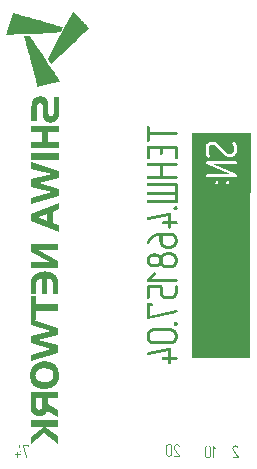
<source format=gbo>
G04*
G04 #@! TF.GenerationSoftware,Altium Limited,Altium Designer,24.4.1 (13)*
G04*
G04 Layer_Color=16776960*
%FSLAX44Y44*%
%MOMM*%
G71*
G04*
G04 #@! TF.SameCoordinates,8810BBE3-700E-470D-A85D-18A7825838DF*
G04*
G04*
G04 #@! TF.FilePolarity,Positive*
G04*
G01*
G75*
%ADD63R,5.0000X14.1000*%
G36*
X17256Y404462D02*
X17777Y404332D01*
X21424Y403290D01*
X21945Y403160D01*
X26504Y401857D01*
X27025Y401727D01*
X30672Y400685D01*
X31193Y400555D01*
X34840Y399513D01*
X35361Y399382D01*
X39008Y398340D01*
X39529Y398210D01*
X43176Y397168D01*
X43698Y397038D01*
X46433Y396256D01*
X47019Y396061D01*
X47084Y395996D01*
X48061Y395800D01*
X48777Y395605D01*
X51513Y394823D01*
X52034Y394693D01*
X55681Y393651D01*
X56137Y393456D01*
X53988Y389223D01*
X53467Y389092D01*
X48452Y388897D01*
X29304Y387985D01*
X21229Y387594D01*
X18233Y387464D01*
X10027Y387073D01*
X7878Y387008D01*
X7812Y387204D01*
X8073Y387855D01*
X8268Y388571D01*
X8724Y390069D01*
X13283Y404658D01*
X13609Y405504D01*
X17256Y404462D01*
D02*
G37*
G36*
X66036Y405830D02*
X66166Y405569D01*
X67208Y404528D01*
X67339Y404267D01*
X68511Y403095D01*
X68641Y402834D01*
X69813Y401662D01*
X69944Y401401D01*
X71116Y400229D01*
X71246Y399969D01*
X72419Y398796D01*
X72549Y398536D01*
X73591Y397494D01*
X73721Y397233D01*
X74893Y396061D01*
X75024Y395800D01*
X76196Y394628D01*
X76326Y394368D01*
X77498Y393195D01*
X77759Y392674D01*
X76131Y391046D01*
X75870Y390916D01*
X73396Y388441D01*
X73135Y388311D01*
X70660Y385836D01*
X70400Y385706D01*
X67795Y383101D01*
X67534Y382970D01*
X65059Y380495D01*
X64799Y380365D01*
X62194Y377760D01*
X61933Y377630D01*
X59458Y375155D01*
X59198Y375025D01*
X56723Y372550D01*
X56462Y372420D01*
X53857Y369815D01*
X53597Y369684D01*
X51122Y367210D01*
X50862Y367079D01*
X48256Y364474D01*
X47996Y364344D01*
X46042Y362390D01*
X45781Y362520D01*
X45586Y362716D01*
X45456Y362976D01*
X44153Y364800D01*
X44023Y365060D01*
X43763Y365321D01*
X43632Y365581D01*
X43242Y366233D01*
X49494Y378086D01*
X57049Y392414D01*
X63301Y404267D01*
X63692Y404918D01*
Y405048D01*
X64473Y406481D01*
X64799Y407067D01*
X66036Y405830D01*
D02*
G37*
G36*
X28132Y386031D02*
X28262Y385771D01*
X28914Y384859D01*
X29044Y384599D01*
X29565Y383817D01*
X29695Y383557D01*
X30346Y382645D01*
X30477Y382384D01*
X31128Y381472D01*
X31258Y381212D01*
X31909Y380300D01*
X32040Y380040D01*
X32431Y379519D01*
Y379388D01*
X33082Y378477D01*
X33212Y378216D01*
X33863Y377304D01*
X33993Y377044D01*
X34645Y376132D01*
X34775Y375872D01*
X35296Y375090D01*
X35426Y374829D01*
X36078Y373918D01*
X36208Y373657D01*
X36859Y372745D01*
X36989Y372485D01*
X37641Y371573D01*
X37771Y371312D01*
X39529Y368642D01*
X40571Y367079D01*
X41483Y365647D01*
X43567Y362520D01*
X44219Y361478D01*
X45781Y359134D01*
X46693Y357701D01*
X48777Y354575D01*
X49429Y353533D01*
X51513Y350407D01*
X52425Y348974D01*
X52946Y348192D01*
X53271Y347606D01*
X52685Y347411D01*
X51838Y347215D01*
X50796Y346955D01*
X50145Y346825D01*
X49103Y346564D01*
X48452Y346434D01*
X46889Y346043D01*
X46237Y345913D01*
X44674Y345522D01*
X44023Y345392D01*
X42460Y345001D01*
X41809Y344871D01*
X40767Y344610D01*
X40115Y344480D01*
X38552Y344089D01*
X37901Y343959D01*
X36338Y343568D01*
X35687Y343438D01*
X34645Y343177D01*
X34449Y343112D01*
X34254Y343699D01*
X33993Y344610D01*
X33603Y346173D01*
X33342Y347085D01*
X32952Y348648D01*
X32691Y349560D01*
X32300Y351123D01*
X32040Y352035D01*
X31649Y353598D01*
X31388Y354510D01*
X30998Y356073D01*
X30737Y356985D01*
X30477Y358027D01*
X30216Y358938D01*
X29825Y360501D01*
X29565Y361413D01*
X29174Y362976D01*
X28914Y363888D01*
X28523Y365451D01*
X28262Y366363D01*
X27871Y367926D01*
X27611Y368838D01*
X27220Y370401D01*
X26960Y371312D01*
X26569Y372876D01*
X26309Y373787D01*
X25918Y375350D01*
X25657Y376262D01*
X25266Y377825D01*
X25006Y378737D01*
X24615Y380300D01*
X24355Y381212D01*
X23964Y382775D01*
X23703Y383687D01*
X23182Y385771D01*
X23703Y385901D01*
X25136Y386031D01*
X26439Y386162D01*
X27937Y386227D01*
X28132Y386031D01*
D02*
G37*
G36*
X215000Y304100D02*
Y253100D01*
X165000D01*
Y304100D01*
X215000D01*
D02*
G37*
G36*
X51982Y204451D02*
X34770Y204668D01*
X51982Y195387D01*
Y189322D01*
X28572D01*
Y194854D01*
X44951Y194637D01*
X28572Y203452D01*
Y210000D01*
X51982D01*
Y204451D01*
D02*
G37*
G36*
X41285Y186689D02*
X41852Y186656D01*
X42401Y186606D01*
X42935Y186539D01*
X43435Y186456D01*
X43918Y186356D01*
X44384Y186239D01*
X44834Y186123D01*
X45267Y185973D01*
X45684Y185840D01*
X46067Y185673D01*
X46434Y185506D01*
X46800Y185340D01*
X47133Y185173D01*
X47434Y185006D01*
X47733Y184823D01*
X48017Y184640D01*
X48267Y184473D01*
X48517Y184307D01*
X48733Y184123D01*
X48933Y183973D01*
X49116Y183807D01*
X49300Y183673D01*
X49433Y183524D01*
X49566Y183407D01*
X49683Y183290D01*
X49783Y183190D01*
X49866Y183107D01*
X49916Y183040D01*
X49966Y182990D01*
X49983Y182957D01*
X49999Y182940D01*
X50216Y182657D01*
X50433Y182374D01*
X50616Y182090D01*
X50783Y181807D01*
X51066Y181257D01*
X51182Y180991D01*
X51299Y180741D01*
X51382Y180508D01*
X51466Y180308D01*
X51532Y180108D01*
X51582Y179958D01*
X51616Y179824D01*
X51649Y179724D01*
X51666Y179658D01*
Y179641D01*
X51716Y179375D01*
X51766Y179075D01*
X51849Y178458D01*
X51899Y177808D01*
X51949Y177192D01*
Y176908D01*
X51966Y176658D01*
Y176409D01*
X51982Y176209D01*
Y167394D01*
X47383D01*
Y175592D01*
X47367Y176225D01*
X47333Y176525D01*
X47300Y176808D01*
X47267Y177058D01*
X47217Y177308D01*
X47167Y177525D01*
X47117Y177742D01*
X47084Y177925D01*
X47034Y178075D01*
X46984Y178208D01*
X46950Y178325D01*
X46917Y178425D01*
X46884Y178491D01*
X46867Y178525D01*
Y178541D01*
X46650Y178908D01*
X46400Y179241D01*
X46101Y179524D01*
X45767Y179774D01*
X45401Y179974D01*
X45034Y180158D01*
X44651Y180291D01*
X44284Y180408D01*
X43918Y180491D01*
X43584Y180558D01*
X43268Y180607D01*
X42985Y180641D01*
X42751Y180658D01*
X42585Y180674D01*
X42518D01*
X42468D01*
X42451D01*
X42435D01*
Y167394D01*
X37836D01*
Y180674D01*
X37486Y180658D01*
X37136Y180624D01*
X36820Y180558D01*
X36536Y180491D01*
X36303Y180441D01*
X36120Y180374D01*
X36053Y180358D01*
X35986Y180341D01*
X35970Y180324D01*
X35953D01*
X35470Y180091D01*
X35037Y179808D01*
X34670Y179491D01*
X34337Y179125D01*
X34070Y178758D01*
X33854Y178358D01*
X33670Y177958D01*
X33520Y177558D01*
X33404Y177175D01*
X33320Y176808D01*
X33254Y176492D01*
X33220Y176192D01*
X33187Y175959D01*
Y175859D01*
X33170Y175759D01*
Y167394D01*
X28572D01*
Y175676D01*
X28588Y176359D01*
X28622Y177008D01*
X28688Y177625D01*
X28772Y178208D01*
X28872Y178758D01*
X28988Y179275D01*
X29105Y179741D01*
X29221Y180158D01*
X29355Y180541D01*
X29471Y180891D01*
X29588Y181174D01*
X29688Y181407D01*
X29771Y181607D01*
X29838Y181741D01*
X29871Y181824D01*
X29888Y181857D01*
X30155Y182290D01*
X30438Y182707D01*
X30754Y183090D01*
X31104Y183457D01*
X31471Y183790D01*
X31854Y184107D01*
X32254Y184390D01*
X32671Y184657D01*
X33104Y184906D01*
X33554Y185123D01*
X34004Y185340D01*
X34453Y185523D01*
X34903Y185690D01*
X35370Y185840D01*
X36270Y186106D01*
X37136Y186306D01*
X37569Y186373D01*
X37969Y186456D01*
X38352Y186506D01*
X38719Y186556D01*
X39052Y186589D01*
X39369Y186623D01*
X39669Y186656D01*
X39919Y186673D01*
X40152Y186689D01*
X40335D01*
X40502Y186706D01*
X40602D01*
X40685D01*
X40702D01*
X41285Y186689D01*
D02*
G37*
G36*
X33204Y158880D02*
X51982D01*
Y153281D01*
X33204D01*
Y145900D01*
X31173D01*
X51982Y139101D01*
Y132770D01*
X34987Y128737D01*
X51982Y124172D01*
Y117807D01*
X28572Y110692D01*
Y116174D01*
X46101Y120856D01*
X28572Y125705D01*
Y131853D01*
X46101Y136069D01*
X28572Y141068D01*
Y146749D01*
X28605Y146739D01*
Y166228D01*
X33204D01*
Y158880D01*
D02*
G37*
G36*
X41185Y110526D02*
X41718Y110492D01*
X42235Y110442D01*
X42735Y110375D01*
X43201Y110309D01*
X43668Y110226D01*
X44101Y110142D01*
X44517Y110042D01*
X44934Y109942D01*
X45317Y109826D01*
X45684Y109709D01*
X46034Y109592D01*
X46367Y109459D01*
X46684Y109342D01*
X46967Y109209D01*
X47250Y109093D01*
X47500Y108959D01*
X47750Y108843D01*
X47967Y108726D01*
X48167Y108609D01*
X48367Y108493D01*
X48533Y108393D01*
X48683Y108293D01*
X48816Y108209D01*
X48933Y108126D01*
X49033Y108059D01*
X49100Y107993D01*
X49166Y107943D01*
X49216Y107909D01*
X49233Y107876D01*
X49250D01*
X49550Y107593D01*
X49816Y107310D01*
X50066Y106993D01*
X50316Y106677D01*
X50733Y105993D01*
X51116Y105277D01*
X51416Y104527D01*
X51682Y103777D01*
X51899Y103044D01*
X52066Y102311D01*
X52199Y101628D01*
X52299Y100978D01*
X52332Y100678D01*
X52365Y100411D01*
X52399Y100145D01*
X52415Y99895D01*
X52432Y99678D01*
X52449Y99478D01*
Y99312D01*
X52466Y99162D01*
Y98895D01*
X52449Y98362D01*
X52432Y97829D01*
X52382Y97329D01*
X52332Y96846D01*
X52166Y95913D01*
X51949Y95046D01*
X51666Y94230D01*
X51349Y93480D01*
X50966Y92780D01*
X50566Y92147D01*
X50116Y91547D01*
X49650Y91014D01*
X49133Y90514D01*
X48616Y90064D01*
X48067Y89664D01*
X47517Y89298D01*
X46950Y88964D01*
X46384Y88681D01*
X45817Y88414D01*
X45251Y88198D01*
X44701Y87998D01*
X44151Y87831D01*
X43618Y87681D01*
X43118Y87565D01*
X42651Y87481D01*
X42201Y87398D01*
X41785Y87331D01*
X41418Y87298D01*
X41102Y87265D01*
X40819Y87231D01*
X40602D01*
X40435Y87215D01*
X40385D01*
X40335D01*
X40302D01*
X39735D01*
X39202Y87248D01*
X38686Y87281D01*
X38169Y87331D01*
X37686Y87398D01*
X37219Y87465D01*
X36769Y87548D01*
X36336Y87648D01*
X35920Y87748D01*
X35520Y87865D01*
X35137Y87981D01*
X34787Y88098D01*
X34437Y88215D01*
X34104Y88348D01*
X33804Y88481D01*
X33504Y88598D01*
X33237Y88731D01*
X32987Y88864D01*
X32737Y88998D01*
X32521Y89114D01*
X32321Y89231D01*
X32137Y89348D01*
X31971Y89464D01*
X31821Y89564D01*
X31688Y89648D01*
X31571Y89747D01*
X31471Y89814D01*
X31388Y89881D01*
X31338Y89931D01*
X31288Y89964D01*
X31254Y89981D01*
Y89997D01*
X30971Y90281D01*
X30704Y90564D01*
X30454Y90880D01*
X30221Y91214D01*
X29805Y91880D01*
X29455Y92597D01*
X29155Y93330D01*
X28905Y94080D01*
X28688Y94813D01*
X28522Y95529D01*
X28405Y96213D01*
X28305Y96846D01*
X28272Y97129D01*
X28238Y97412D01*
X28205Y97679D01*
X28188Y97912D01*
X28172Y98129D01*
X28155Y98329D01*
Y98495D01*
X28138Y98629D01*
Y99428D01*
X28172Y99962D01*
X28272Y100945D01*
X28438Y101878D01*
X28655Y102744D01*
X28921Y103544D01*
X29238Y104310D01*
X29605Y104994D01*
X30005Y105643D01*
X30438Y106227D01*
X30904Y106776D01*
X31404Y107260D01*
X31921Y107710D01*
X32437Y108109D01*
X32987Y108476D01*
X33537Y108809D01*
X34104Y109093D01*
X34653Y109359D01*
X35220Y109576D01*
X35753Y109776D01*
X36286Y109942D01*
X36803Y110092D01*
X37303Y110209D01*
X37769Y110292D01*
X38203Y110375D01*
X38602Y110442D01*
X38969Y110476D01*
X39286Y110509D01*
X39552Y110542D01*
X39769D01*
X39935Y110559D01*
X40035D01*
X40052D01*
X40069D01*
X40635D01*
X41185Y110526D01*
D02*
G37*
G36*
X51982Y79150D02*
X43035D01*
Y74035D01*
X51982Y69019D01*
Y63121D01*
X42368Y68786D01*
X42268Y68370D01*
X42135Y67970D01*
X41985Y67603D01*
X41802Y67270D01*
X41602Y66937D01*
X41385Y66653D01*
X41168Y66370D01*
X40918Y66120D01*
X40669Y65887D01*
X40402Y65670D01*
X40119Y65470D01*
X39835Y65304D01*
X39552Y65137D01*
X39269Y64987D01*
X38686Y64754D01*
X38119Y64554D01*
X37586Y64421D01*
X37086Y64304D01*
X36853Y64271D01*
X36653Y64237D01*
X36453Y64221D01*
X36286Y64204D01*
X36120Y64187D01*
X36003D01*
X35886Y64171D01*
X35820D01*
X35770D01*
X35753D01*
X35303Y64187D01*
X34853Y64237D01*
X34437Y64304D01*
X34037Y64387D01*
X33670Y64487D01*
X33320Y64604D01*
X33004Y64737D01*
X32704Y64854D01*
X32437Y64987D01*
X32204Y65120D01*
X32004Y65237D01*
X31837Y65337D01*
X31704Y65420D01*
X31604Y65487D01*
X31537Y65537D01*
X31521Y65554D01*
X31254Y65687D01*
X31004Y65854D01*
X30771Y66020D01*
X30554Y66220D01*
X30338Y66453D01*
X30155Y66687D01*
X29821Y67187D01*
X29521Y67736D01*
X29288Y68320D01*
X29088Y68920D01*
X28938Y69503D01*
X28822Y70086D01*
X28722Y70619D01*
X28655Y71136D01*
X28638Y71352D01*
X28622Y71569D01*
X28605Y71769D01*
X28588Y71935D01*
Y72102D01*
X28572Y72219D01*
Y84582D01*
X51982D01*
Y79150D01*
D02*
G37*
G36*
Y55356D02*
X40669D01*
X51982Y47175D01*
Y40560D01*
X40035Y49791D01*
X28572Y40643D01*
Y46859D01*
X39536Y55356D01*
X28572D01*
Y60788D01*
X51982D01*
Y55356D01*
D02*
G37*
G36*
X37276Y334967D02*
X37909Y334900D01*
X38492Y334800D01*
X39025Y334650D01*
X39509Y334500D01*
X39959Y334317D01*
X40359Y334117D01*
X40708Y333900D01*
X41008Y333700D01*
X41275Y333500D01*
X41508Y333317D01*
X41691Y333150D01*
X41825Y333017D01*
X41925Y332917D01*
X41991Y332834D01*
X42008Y332817D01*
X42258Y332451D01*
X42475Y332034D01*
X42674Y331584D01*
X42841Y331134D01*
X42975Y330668D01*
X43091Y330185D01*
X43191Y329718D01*
X43258Y329268D01*
X43324Y328835D01*
X43358Y328418D01*
X43391Y328068D01*
X43424Y327752D01*
Y327485D01*
X43441Y327369D01*
Y321187D01*
X43458Y320920D01*
X43474Y320670D01*
X43508Y320454D01*
X43541Y320237D01*
X43574Y320054D01*
X43624Y319887D01*
X43658Y319737D01*
X43691Y319621D01*
X43741Y319504D01*
X43774Y319404D01*
X43808Y319337D01*
X43841Y319271D01*
X43858Y319237D01*
X43874Y319204D01*
X43974Y319054D01*
X44091Y318937D01*
X44241Y318821D01*
X44374Y318738D01*
X44691Y318587D01*
X45007Y318487D01*
X45307Y318438D01*
X45441Y318404D01*
X45540D01*
X45640Y318388D01*
X45707D01*
X45757D01*
X45774D01*
X46024Y318404D01*
X46257Y318421D01*
X46457Y318471D01*
X46657Y318538D01*
X46824Y318604D01*
X46973Y318687D01*
X47107Y318787D01*
X47240Y318871D01*
X47423Y319054D01*
X47557Y319204D01*
X47607Y319271D01*
X47640Y319304D01*
X47657Y319337D01*
Y319354D01*
X47723Y319504D01*
X47773Y319671D01*
X47873Y320054D01*
X47940Y320454D01*
X47973Y320854D01*
X48007Y321220D01*
Y321370D01*
X48023Y321503D01*
Y334100D01*
X52705D01*
Y321020D01*
X52689Y320270D01*
X52622Y319554D01*
X52522Y318904D01*
X52405Y318288D01*
X52239Y317704D01*
X52039Y317171D01*
X51822Y316671D01*
X51589Y316221D01*
X51322Y315805D01*
X51039Y315422D01*
X50756Y315072D01*
X50439Y314755D01*
X50123Y314455D01*
X49789Y314205D01*
X49473Y313972D01*
X49123Y313755D01*
X48790Y313572D01*
X48456Y313422D01*
X48140Y313272D01*
X47823Y313156D01*
X47507Y313056D01*
X47207Y312972D01*
X46940Y312906D01*
X46673Y312856D01*
X46440Y312806D01*
X46224Y312772D01*
X46024Y312756D01*
X45857Y312739D01*
X45740Y312722D01*
X45640D01*
X45574D01*
X45557D01*
X45124Y312739D01*
X44707Y312756D01*
X44307Y312789D01*
X43941Y312856D01*
X43591Y312906D01*
X43274Y312972D01*
X42975Y313056D01*
X42708Y313122D01*
X42475Y313206D01*
X42258Y313272D01*
X42075Y313356D01*
X41925Y313405D01*
X41808Y313456D01*
X41725Y313505D01*
X41675Y313522D01*
X41658Y313539D01*
X41392Y313689D01*
X41158Y313855D01*
X40925Y314055D01*
X40725Y314255D01*
X40342Y314722D01*
X40009Y315238D01*
X39742Y315772D01*
X39509Y316338D01*
X39309Y316921D01*
X39159Y317488D01*
X39042Y318038D01*
X38959Y318571D01*
X38892Y319054D01*
X38876Y319271D01*
X38859Y319471D01*
X38842Y319654D01*
X38826Y319820D01*
Y319970D01*
X38809Y320087D01*
Y326669D01*
X38792Y327135D01*
X38709Y327552D01*
X38609Y327918D01*
X38476Y328218D01*
X38309Y328485D01*
X38126Y328702D01*
X37926Y328868D01*
X37726Y329018D01*
X37526Y329118D01*
X37343Y329201D01*
X37159Y329268D01*
X36993Y329301D01*
X36859Y329335D01*
X36759Y329351D01*
X36676D01*
X36659D01*
X36409Y329335D01*
X36193Y329318D01*
X35976Y329268D01*
X35776Y329201D01*
X35410Y329035D01*
X35110Y328835D01*
X34843Y328568D01*
X34627Y328285D01*
X34460Y327985D01*
X34310Y327668D01*
X34193Y327369D01*
X34110Y327069D01*
X34060Y326785D01*
X34010Y326519D01*
X33993Y326319D01*
X33977Y326152D01*
Y313839D01*
X29295D01*
Y326702D01*
X29311Y327452D01*
X29328Y327802D01*
X29361Y328135D01*
X29395Y328468D01*
X29428Y328768D01*
X29478Y329052D01*
X29511Y329301D01*
X29545Y329535D01*
X29595Y329735D01*
X29628Y329918D01*
X29661Y330068D01*
X29694Y330185D01*
X29711Y330285D01*
X29728Y330335D01*
Y330351D01*
X29861Y330768D01*
X30011Y331168D01*
X30178Y331534D01*
X30378Y331884D01*
X30594Y332201D01*
X30811Y332501D01*
X31061Y332784D01*
X31327Y333034D01*
X31594Y333267D01*
X31861Y333484D01*
X32144Y333684D01*
X32444Y333867D01*
X32744Y334034D01*
X33027Y334167D01*
X33627Y334417D01*
X34193Y334617D01*
X34743Y334750D01*
X35243Y334850D01*
X35476Y334900D01*
X35693Y334933D01*
X35893Y334950D01*
X36060Y334967D01*
X36226Y334983D01*
X36343D01*
X36460Y335000D01*
X36526D01*
X36576D01*
X36593D01*
X37276Y334967D01*
D02*
G37*
G36*
X52705Y304358D02*
X43191D01*
Y296227D01*
X52705D01*
Y290778D01*
X29295D01*
Y296227D01*
X38526D01*
Y304358D01*
X29295D01*
Y309790D01*
X52705D01*
Y304358D01*
D02*
G37*
G36*
Y281031D02*
X29295D01*
Y286679D01*
X52705D01*
Y281031D01*
D02*
G37*
G36*
Y271833D02*
Y265501D01*
X35710Y261469D01*
X52705Y256903D01*
Y250538D01*
X29295Y243423D01*
Y248905D01*
X46824Y253587D01*
X29295Y258436D01*
Y264585D01*
X46824Y268800D01*
X29295Y273799D01*
Y279481D01*
X52705Y271833D01*
D02*
G37*
G36*
Y239324D02*
X47290Y237292D01*
Y227844D01*
X52705Y225761D01*
Y219879D01*
X29295Y229710D01*
Y235192D01*
X52705Y244940D01*
Y239324D01*
D02*
G37*
G36*
X128173Y309983D02*
X128356Y309950D01*
X128523Y309900D01*
X128656Y309833D01*
X128773Y309767D01*
X128856Y309717D01*
X128923Y309683D01*
X128940Y309667D01*
X129056Y309517D01*
X129139Y309367D01*
X129206Y309200D01*
X129240Y309050D01*
X129273Y308917D01*
X129290Y308817D01*
Y304518D01*
X151717D01*
X151950Y304501D01*
X152167Y304451D01*
X152334Y304368D01*
X152484Y304285D01*
X152600Y304218D01*
X152683Y304135D01*
X152733Y304085D01*
X152750Y304068D01*
X152833Y303868D01*
X152900Y303685D01*
X152933Y303535D01*
X152967Y303418D01*
X152983Y303335D01*
X153000Y303268D01*
Y303218D01*
X152983Y303018D01*
X152950Y302852D01*
X152900Y302685D01*
X152833Y302552D01*
X152767Y302435D01*
X152717Y302352D01*
X152683Y302302D01*
X152667Y302285D01*
X152517Y302169D01*
X152367Y302069D01*
X152217Y302002D01*
X152067Y301969D01*
X151917Y301935D01*
X151817Y301919D01*
X151750D01*
X151717D01*
X129290D01*
Y297720D01*
X129273Y297503D01*
X129223Y297303D01*
X129156Y297153D01*
X129073Y297020D01*
X129006Y296903D01*
X128940Y296837D01*
X128890Y296787D01*
X128873Y296770D01*
X128723Y296653D01*
X128556Y296570D01*
X128406Y296503D01*
X128273Y296470D01*
X128156Y296437D01*
X128073Y296420D01*
X128006D01*
X127990D01*
X127823Y296437D01*
X127656Y296487D01*
X127507Y296553D01*
X127373Y296620D01*
X127273Y296703D01*
X127190Y296770D01*
X127140Y296820D01*
X127123Y296837D01*
X126990Y296987D01*
X126890Y297137D01*
X126807Y297287D01*
X126757Y297420D01*
X126723Y297553D01*
X126707Y297637D01*
Y308717D01*
X126723Y308950D01*
X126790Y309150D01*
X126857Y309317D01*
X126957Y309450D01*
X127040Y309567D01*
X127123Y309633D01*
X127190Y309683D01*
X127207Y309700D01*
X127373Y309800D01*
X127540Y309867D01*
X127673Y309933D01*
X127773Y309967D01*
X127873Y309983D01*
X127940Y310000D01*
X127973D01*
X127990D01*
X128173Y309983D01*
D02*
G37*
G36*
X151950Y293188D02*
X152134Y293154D01*
X152317Y293088D01*
X152450Y293004D01*
X152584Y292904D01*
X152683Y292804D01*
X152767Y292688D01*
X152833Y292554D01*
X152933Y292321D01*
X152983Y292121D01*
Y292038D01*
X153000Y291971D01*
Y282790D01*
X152983Y282574D01*
X152933Y282374D01*
X152867Y282224D01*
X152783Y282090D01*
X152717Y281974D01*
X152650Y281907D01*
X152600Y281857D01*
X152584Y281840D01*
X152434Y281724D01*
X152267Y281641D01*
X152117Y281574D01*
X151984Y281541D01*
X151867Y281507D01*
X151784Y281491D01*
X151717D01*
X151700D01*
X151534Y281507D01*
X151367Y281557D01*
X151217Y281624D01*
X151084Y281691D01*
X150984Y281774D01*
X150901Y281840D01*
X150851Y281891D01*
X150834Y281907D01*
X150701Y282057D01*
X150601Y282207D01*
X150517Y282357D01*
X150467Y282490D01*
X150434Y282624D01*
X150417Y282707D01*
Y290605D01*
X140253D01*
Y286439D01*
X140237Y286223D01*
X140187Y286023D01*
X140120Y285873D01*
X140037Y285739D01*
X139970Y285623D01*
X139903Y285556D01*
X139853Y285506D01*
X139837Y285490D01*
X139687Y285373D01*
X139520Y285290D01*
X139370Y285223D01*
X139237Y285190D01*
X139120Y285156D01*
X139037Y285140D01*
X138970D01*
X138954D01*
X138787Y285156D01*
X138620Y285206D01*
X138470Y285273D01*
X138337Y285340D01*
X138237Y285423D01*
X138154Y285490D01*
X138104Y285540D01*
X138087Y285556D01*
X137954Y285706D01*
X137854Y285856D01*
X137771Y286006D01*
X137721Y286139D01*
X137687Y286273D01*
X137671Y286356D01*
Y290605D01*
X129290D01*
Y282790D01*
X129273Y282574D01*
X129223Y282374D01*
X129156Y282224D01*
X129073Y282090D01*
X129006Y281974D01*
X128940Y281907D01*
X128890Y281857D01*
X128873Y281840D01*
X128723Y281724D01*
X128556Y281641D01*
X128406Y281574D01*
X128273Y281541D01*
X128156Y281507D01*
X128073Y281491D01*
X128006D01*
X127990D01*
X127823Y281507D01*
X127656Y281557D01*
X127507Y281624D01*
X127373Y281691D01*
X127273Y281774D01*
X127190Y281840D01*
X127140Y281891D01*
X127123Y281907D01*
X126990Y282057D01*
X126890Y282207D01*
X126807Y282357D01*
X126757Y282490D01*
X126723Y282624D01*
X126707Y282707D01*
Y291921D01*
X126723Y292155D01*
X126757Y292338D01*
X126823Y292521D01*
X126907Y292654D01*
X127007Y292788D01*
X127107Y292888D01*
X127223Y292971D01*
X127340Y293038D01*
X127590Y293138D01*
X127790Y293188D01*
X127873D01*
X127940Y293204D01*
X127973D01*
X127990D01*
X151717D01*
X151950Y293188D01*
D02*
G37*
G36*
Y278291D02*
X152167Y278241D01*
X152334Y278158D01*
X152484Y278075D01*
X152600Y278008D01*
X152683Y277925D01*
X152733Y277875D01*
X152750Y277858D01*
X152833Y277658D01*
X152900Y277475D01*
X152933Y277325D01*
X152967Y277208D01*
X152983Y277125D01*
X153000Y277058D01*
Y277008D01*
X152983Y276808D01*
X152950Y276642D01*
X152900Y276475D01*
X152833Y276342D01*
X152767Y276225D01*
X152717Y276142D01*
X152683Y276092D01*
X152667Y276075D01*
X152517Y275959D01*
X152367Y275859D01*
X152217Y275792D01*
X152067Y275759D01*
X151917Y275725D01*
X151817Y275709D01*
X151750D01*
X151717D01*
X140253D01*
Y267344D01*
X151717D01*
X151950Y267328D01*
X152167Y267278D01*
X152334Y267194D01*
X152484Y267111D01*
X152600Y267044D01*
X152683Y266961D01*
X152733Y266911D01*
X152750Y266894D01*
X152833Y266694D01*
X152900Y266511D01*
X152933Y266361D01*
X152967Y266245D01*
X152983Y266161D01*
X153000Y266094D01*
Y266045D01*
X152983Y265845D01*
X152950Y265678D01*
X152900Y265511D01*
X152833Y265378D01*
X152767Y265261D01*
X152717Y265178D01*
X152683Y265128D01*
X152667Y265112D01*
X152517Y264995D01*
X152367Y264895D01*
X152217Y264828D01*
X152067Y264795D01*
X151917Y264762D01*
X151817Y264745D01*
X151750D01*
X151717D01*
X127990D01*
X127773Y264762D01*
X127590Y264811D01*
X127423Y264878D01*
X127290Y264961D01*
X127190Y265045D01*
X127123Y265112D01*
X127073Y265161D01*
X127057Y265178D01*
X126940Y265328D01*
X126857Y265495D01*
X126790Y265628D01*
X126757Y265761D01*
X126723Y265878D01*
X126707Y265961D01*
Y266045D01*
X126723Y266245D01*
X126773Y266428D01*
X126840Y266578D01*
X126923Y266711D01*
X127007Y266828D01*
X127073Y266911D01*
X127123Y266961D01*
X127140Y266978D01*
X127307Y267094D01*
X127457Y267194D01*
X127607Y267261D01*
X127723Y267294D01*
X127840Y267328D01*
X127923Y267344D01*
X127973D01*
X127990D01*
X137671D01*
Y275709D01*
X127990D01*
X127773Y275725D01*
X127590Y275775D01*
X127423Y275842D01*
X127290Y275925D01*
X127190Y276009D01*
X127123Y276075D01*
X127073Y276125D01*
X127057Y276142D01*
X126940Y276292D01*
X126857Y276459D01*
X126790Y276592D01*
X126757Y276725D01*
X126723Y276842D01*
X126707Y276925D01*
Y277008D01*
X126723Y277208D01*
X126773Y277392D01*
X126840Y277542D01*
X126923Y277675D01*
X127007Y277792D01*
X127073Y277875D01*
X127123Y277925D01*
X127140Y277941D01*
X127307Y278058D01*
X127457Y278158D01*
X127607Y278225D01*
X127723Y278258D01*
X127840Y278291D01*
X127923Y278308D01*
X127973D01*
X127990D01*
X151717D01*
X151950Y278291D01*
D02*
G37*
G36*
Y261512D02*
X152134Y261479D01*
X152317Y261412D01*
X152450Y261329D01*
X152584Y261229D01*
X152683Y261129D01*
X152767Y261012D01*
X152833Y260879D01*
X152933Y260646D01*
X152983Y260446D01*
Y260363D01*
X153000Y260296D01*
Y245633D01*
X152983Y245400D01*
X152950Y245200D01*
X152883Y245033D01*
X152800Y244883D01*
X152700Y244750D01*
X152600Y244650D01*
X152484Y244567D01*
X152350Y244500D01*
X152117Y244400D01*
X151917Y244350D01*
X151834Y244333D01*
X151767D01*
X151734D01*
X151717D01*
X127990D01*
X127773Y244350D01*
X127590Y244400D01*
X127423Y244467D01*
X127290Y244550D01*
X127190Y244633D01*
X127123Y244700D01*
X127073Y244750D01*
X127057Y244767D01*
X126940Y244917D01*
X126857Y245083D01*
X126790Y245217D01*
X126757Y245350D01*
X126723Y245466D01*
X126707Y245550D01*
Y245633D01*
X126723Y245833D01*
X126773Y246016D01*
X126840Y246166D01*
X126923Y246300D01*
X127007Y246416D01*
X127073Y246500D01*
X127123Y246549D01*
X127140Y246566D01*
X127307Y246683D01*
X127457Y246783D01*
X127607Y246849D01*
X127723Y246883D01*
X127840Y246916D01*
X127923Y246933D01*
X127973D01*
X127990D01*
X150417D01*
Y251648D01*
X127990D01*
X127773Y251665D01*
X127590Y251715D01*
X127423Y251782D01*
X127290Y251865D01*
X127190Y251948D01*
X127123Y252015D01*
X127073Y252065D01*
X127057Y252082D01*
X126940Y252231D01*
X126857Y252398D01*
X126790Y252531D01*
X126757Y252665D01*
X126723Y252781D01*
X126707Y252865D01*
Y252948D01*
X126723Y253148D01*
X126773Y253331D01*
X126840Y253481D01*
X126923Y253614D01*
X127007Y253731D01*
X127073Y253814D01*
X127123Y253864D01*
X127140Y253881D01*
X127307Y253998D01*
X127457Y254098D01*
X127607Y254164D01*
X127723Y254198D01*
X127840Y254231D01*
X127923Y254248D01*
X127973D01*
X127990D01*
X150417D01*
Y258930D01*
X127990D01*
X127773Y258946D01*
X127590Y258996D01*
X127423Y259063D01*
X127290Y259146D01*
X127190Y259230D01*
X127123Y259296D01*
X127073Y259346D01*
X127057Y259363D01*
X126940Y259513D01*
X126857Y259680D01*
X126790Y259813D01*
X126757Y259946D01*
X126723Y260063D01*
X126707Y260146D01*
Y260229D01*
X126723Y260429D01*
X126773Y260613D01*
X126840Y260763D01*
X126923Y260896D01*
X127007Y261012D01*
X127073Y261096D01*
X127123Y261146D01*
X127140Y261162D01*
X127307Y261279D01*
X127457Y261379D01*
X127607Y261446D01*
X127723Y261479D01*
X127840Y261512D01*
X127923Y261529D01*
X127973D01*
X127990D01*
X151717D01*
X151950Y261512D01*
D02*
G37*
G36*
X151500Y241934D02*
X151750Y241867D01*
X151967Y241801D01*
X152150Y241701D01*
X152317Y241618D01*
X152434Y241534D01*
X152500Y241484D01*
X152534Y241467D01*
X152683Y241284D01*
X152800Y241068D01*
X152883Y240868D01*
X152933Y240651D01*
X152967Y240484D01*
X153000Y240334D01*
Y240201D01*
X152983Y239901D01*
X152917Y239635D01*
X152833Y239418D01*
X152717Y239235D01*
X152617Y239085D01*
X152534Y238985D01*
X152467Y238918D01*
X152450Y238902D01*
X152234Y238752D01*
X152017Y238635D01*
X151817Y238552D01*
X151634Y238485D01*
X151484Y238452D01*
X151350Y238435D01*
X151284D01*
X151250D01*
X151017Y238452D01*
X150801Y238518D01*
X150601Y238602D01*
X150417Y238702D01*
X150267Y238818D01*
X150167Y238902D01*
X150084Y238968D01*
X150068Y238985D01*
X149884Y239201D01*
X149751Y239401D01*
X149651Y239618D01*
X149584Y239801D01*
X149551Y239968D01*
X149518Y240084D01*
Y240201D01*
X149551Y240518D01*
X149618Y240784D01*
X149734Y241001D01*
X149851Y241184D01*
X149967Y241334D01*
X150084Y241434D01*
X150151Y241501D01*
X150184Y241518D01*
X150417Y241667D01*
X150617Y241767D01*
X150801Y241851D01*
X150967Y241901D01*
X151084Y241934D01*
X151167Y241951D01*
X151234D01*
X151250D01*
X151500Y241934D01*
D02*
G37*
G36*
X146435Y236369D02*
X146618Y236336D01*
X146785Y236269D01*
X146918Y236202D01*
X147018Y236136D01*
X147102Y236069D01*
X147151Y236036D01*
X147168Y236019D01*
X147285Y235869D01*
X147368Y235719D01*
X147435Y235569D01*
X147468Y235419D01*
X147501Y235286D01*
X147518Y235186D01*
Y229087D01*
X151717D01*
X151950Y229071D01*
X152167Y229021D01*
X152334Y228937D01*
X152484Y228854D01*
X152600Y228787D01*
X152683Y228704D01*
X152733Y228654D01*
X152750Y228638D01*
X152833Y228438D01*
X152900Y228254D01*
X152933Y228104D01*
X152967Y227988D01*
X152983Y227904D01*
X153000Y227838D01*
Y227788D01*
X152983Y227588D01*
X152950Y227421D01*
X152900Y227255D01*
X152833Y227121D01*
X152767Y227005D01*
X152717Y226921D01*
X152683Y226871D01*
X152667Y226855D01*
X152517Y226738D01*
X152367Y226638D01*
X152217Y226571D01*
X152067Y226538D01*
X151917Y226505D01*
X151817Y226488D01*
X151750D01*
X151717D01*
X147518D01*
Y224122D01*
X147501Y223905D01*
X147451Y223705D01*
X147385Y223555D01*
X147302Y223422D01*
X147235Y223305D01*
X147168Y223239D01*
X147118Y223189D01*
X147102Y223172D01*
X146952Y223056D01*
X146785Y222972D01*
X146635Y222906D01*
X146502Y222872D01*
X146385Y222839D01*
X146302Y222822D01*
X146235D01*
X146219D01*
X146052Y222839D01*
X145885Y222889D01*
X145735Y222956D01*
X145602Y223022D01*
X145502Y223106D01*
X145419Y223172D01*
X145369Y223222D01*
X145352Y223239D01*
X145219Y223389D01*
X145119Y223539D01*
X145035Y223689D01*
X144985Y223822D01*
X144952Y223955D01*
X144935Y224039D01*
Y226488D01*
X140720D01*
X140503Y226505D01*
X140320Y226555D01*
X140153Y226621D01*
X140020Y226705D01*
X139920Y226788D01*
X139853Y226855D01*
X139803Y226905D01*
X139787Y226921D01*
X139670Y227071D01*
X139587Y227238D01*
X139520Y227371D01*
X139487Y227504D01*
X139453Y227621D01*
X139437Y227704D01*
Y227788D01*
X139453Y227988D01*
X139503Y228171D01*
X139570Y228321D01*
X139654Y228454D01*
X139737Y228571D01*
X139803Y228654D01*
X139853Y228704D01*
X139870Y228721D01*
X140037Y228837D01*
X140187Y228937D01*
X140337Y229004D01*
X140453Y229037D01*
X140570Y229071D01*
X140653Y229087D01*
X140703D01*
X140720D01*
X144935D01*
Y233586D01*
X128240Y230170D01*
X127940Y230137D01*
X127757Y230154D01*
X127573Y230204D01*
X127423Y230270D01*
X127290Y230337D01*
X127190Y230420D01*
X127123Y230487D01*
X127073Y230537D01*
X127057Y230554D01*
X126940Y230704D01*
X126857Y230870D01*
X126790Y231037D01*
X126757Y231170D01*
X126723Y231303D01*
X126707Y231403D01*
Y231503D01*
X126940Y232220D01*
X127057Y232353D01*
X127207Y232470D01*
X127340Y232553D01*
X127490Y232620D01*
X127607Y232670D01*
X127706Y232703D01*
X127773Y232720D01*
X127807D01*
X146002Y236369D01*
X146235Y236385D01*
X146435Y236369D01*
D02*
G37*
G36*
X147601Y219573D02*
X148035Y219506D01*
X148451Y219423D01*
X148834Y219307D01*
X149218Y219173D01*
X149551Y219023D01*
X149867Y218857D01*
X150151Y218690D01*
X150417Y218523D01*
X150651Y218357D01*
X150851Y218207D01*
X151017Y218074D01*
X151151Y217957D01*
X151234Y217874D01*
X151300Y217807D01*
X151317Y217790D01*
X151617Y217440D01*
X151867Y217107D01*
X152100Y216740D01*
X152284Y216391D01*
X152450Y216057D01*
X152584Y215724D01*
X152700Y215391D01*
X152783Y215091D01*
X152867Y214808D01*
X152917Y214541D01*
X152950Y214324D01*
X152967Y214125D01*
X152983Y213958D01*
X153000Y213841D01*
Y211908D01*
X152983Y211458D01*
X152933Y211025D01*
X152850Y210625D01*
X152733Y210226D01*
X152600Y209876D01*
X152467Y209526D01*
X152300Y209209D01*
X152150Y208926D01*
X151984Y208659D01*
X151834Y208426D01*
X151700Y208226D01*
X151567Y208059D01*
X151450Y207926D01*
X151367Y207843D01*
X151317Y207776D01*
X151300Y207759D01*
X150967Y207460D01*
X150634Y207193D01*
X150284Y206960D01*
X149934Y206760D01*
X149584Y206593D01*
X149234Y206460D01*
X148901Y206343D01*
X148584Y206260D01*
X148285Y206193D01*
X148018Y206127D01*
X147768Y206093D01*
X147568Y206077D01*
X147385Y206060D01*
X147252Y206043D01*
X147185D01*
X147151D01*
X143503D01*
X143053Y206060D01*
X142619Y206110D01*
X142203Y206193D01*
X141820Y206310D01*
X141453Y206443D01*
X141120Y206593D01*
X140803Y206743D01*
X140503Y206893D01*
X140253Y207060D01*
X140020Y207210D01*
X139820Y207360D01*
X139654Y207493D01*
X139520Y207593D01*
X139437Y207693D01*
X139370Y207743D01*
X139354Y207759D01*
X139054Y208093D01*
X138787Y208426D01*
X138570Y208776D01*
X138371Y209126D01*
X138204Y209476D01*
X138070Y209826D01*
X137954Y210159D01*
X137871Y210475D01*
X137804Y210775D01*
X137737Y211059D01*
X137704Y211309D01*
X137687Y211509D01*
X137671Y211692D01*
X137654Y211808D01*
Y216990D01*
X137354Y216974D01*
X137021Y216924D01*
X136671Y216840D01*
X136354Y216757D01*
X136054Y216674D01*
X135921Y216624D01*
X135821Y216590D01*
X135721Y216574D01*
X135654Y216541D01*
X135621Y216524D01*
X135604D01*
X135121Y216341D01*
X134688Y216141D01*
X134288Y215957D01*
X133938Y215791D01*
X133788Y215707D01*
X133655Y215641D01*
X133555Y215574D01*
X133455Y215524D01*
X133372Y215491D01*
X133322Y215457D01*
X133288Y215424D01*
X133272D01*
X132972Y215224D01*
X132705Y215024D01*
X132439Y214824D01*
X132205Y214641D01*
X131989Y214458D01*
X131772Y214275D01*
X131589Y214108D01*
X131422Y213941D01*
X131272Y213791D01*
X131139Y213658D01*
X131022Y213541D01*
X130939Y213441D01*
X130872Y213358D01*
X130806Y213291D01*
X130789Y213258D01*
X130772Y213241D01*
X130606Y213025D01*
X130439Y212808D01*
X130289Y212608D01*
X130139Y212392D01*
X130039Y212225D01*
X129939Y212075D01*
X129889Y211992D01*
X129873Y211958D01*
X129539Y211309D01*
X129356Y210909D01*
X129223Y210542D01*
X129123Y210375D01*
X129006Y210242D01*
X128923Y210126D01*
X128840Y210042D01*
X128756Y209976D01*
X128706Y209926D01*
X128673Y209892D01*
X128656D01*
X128540Y209826D01*
X128440Y209792D01*
X128223Y209726D01*
X128140D01*
X128073Y209709D01*
X128023D01*
X128006D01*
X127823Y209726D01*
X127656Y209759D01*
X127507Y209826D01*
X127373Y209876D01*
X127257Y209942D01*
X127173Y210009D01*
X127123Y210042D01*
X127107Y210059D01*
X126973Y210192D01*
X126873Y210342D01*
X126790Y210492D01*
X126740Y210642D01*
X126707Y210759D01*
X126690Y210859D01*
Y210959D01*
X126790Y211458D01*
X127107Y212175D01*
X127457Y212858D01*
X127840Y213491D01*
X128240Y214074D01*
X128656Y214624D01*
X129073Y215124D01*
X129506Y215591D01*
X129906Y215991D01*
X130306Y216374D01*
X130672Y216691D01*
X131006Y216957D01*
X131289Y217190D01*
X131539Y217357D01*
X131639Y217424D01*
X131722Y217490D01*
X131789Y217540D01*
X131839Y217557D01*
X131855Y217590D01*
X131872D01*
X132489Y217940D01*
X133122Y218257D01*
X133738Y218523D01*
X134372Y218740D01*
X134988Y218940D01*
X135571Y219107D01*
X136138Y219240D01*
X136671Y219340D01*
X137171Y219423D01*
X137637Y219490D01*
X138037Y219523D01*
X138371Y219557D01*
X138520Y219573D01*
X138654D01*
X138770Y219590D01*
X138870D01*
X138937D01*
X138987D01*
X139020D01*
X139037D01*
X147151D01*
X147601Y219573D01*
D02*
G37*
G36*
Y202794D02*
X148035Y202727D01*
X148451Y202644D01*
X148834Y202528D01*
X149218Y202394D01*
X149551Y202244D01*
X149867Y202078D01*
X150151Y201911D01*
X150417Y201744D01*
X150651Y201578D01*
X150851Y201428D01*
X151017Y201294D01*
X151151Y201178D01*
X151234Y201094D01*
X151300Y201028D01*
X151317Y201011D01*
X151617Y200661D01*
X151867Y200328D01*
X152100Y199961D01*
X152284Y199612D01*
X152450Y199278D01*
X152584Y198945D01*
X152700Y198612D01*
X152783Y198312D01*
X152867Y198029D01*
X152917Y197762D01*
X152950Y197545D01*
X152967Y197346D01*
X152983Y197179D01*
X153000Y197062D01*
Y195129D01*
X152983Y194680D01*
X152933Y194246D01*
X152850Y193846D01*
X152733Y193447D01*
X152600Y193097D01*
X152467Y192747D01*
X152300Y192430D01*
X152150Y192147D01*
X151984Y191880D01*
X151834Y191647D01*
X151700Y191447D01*
X151567Y191280D01*
X151450Y191147D01*
X151367Y191064D01*
X151317Y190997D01*
X151300Y190980D01*
X150967Y190681D01*
X150634Y190414D01*
X150284Y190181D01*
X149934Y189981D01*
X149584Y189814D01*
X149234Y189681D01*
X148901Y189564D01*
X148584Y189481D01*
X148285Y189414D01*
X148018Y189347D01*
X147768Y189314D01*
X147568Y189298D01*
X147385Y189281D01*
X147252Y189264D01*
X147185D01*
X147151D01*
X143503D01*
X143203Y189281D01*
X142903Y189298D01*
X142336Y189414D01*
X141803Y189548D01*
X141570Y189631D01*
X141353Y189714D01*
X141153Y189814D01*
X140970Y189897D01*
X140803Y189964D01*
X140670Y190031D01*
X140570Y190097D01*
X140487Y190147D01*
X140437Y190164D01*
X140420Y190181D01*
X140153Y190347D01*
X139920Y190531D01*
X139704Y190714D01*
X139520Y190881D01*
X139354Y191064D01*
X139204Y191230D01*
X139070Y191380D01*
X138954Y191547D01*
X138854Y191680D01*
X138770Y191814D01*
X138704Y191930D01*
X138654Y192030D01*
X138620Y192097D01*
X138587Y192164D01*
X138570Y192197D01*
Y192213D01*
X138354Y191880D01*
X138087Y191580D01*
X137821Y191330D01*
X137554Y191114D01*
X137321Y190947D01*
X137121Y190830D01*
X137037Y190781D01*
X136987Y190747D01*
X136954Y190730D01*
X136938D01*
X136504Y190547D01*
X136071Y190414D01*
X135638Y190314D01*
X135255Y190247D01*
X135071Y190231D01*
X134905Y190214D01*
X134771Y190197D01*
X134638Y190181D01*
X134538D01*
X134472D01*
X134422D01*
X134405D01*
X132539D01*
X131955D01*
X131322Y190281D01*
X130289Y190581D01*
X129906Y190764D01*
X129539Y190964D01*
X129223Y191180D01*
X128940Y191397D01*
X128723Y191597D01*
X128556Y191747D01*
X128490Y191814D01*
X128440Y191863D01*
X128423Y191880D01*
X128406Y191897D01*
X128106Y192230D01*
X127840Y192580D01*
X127623Y192930D01*
X127423Y193280D01*
X127257Y193646D01*
X127123Y193996D01*
X127007Y194330D01*
X126923Y194646D01*
X126857Y194946D01*
X126790Y195213D01*
X126757Y195463D01*
X126740Y195679D01*
X126723Y195846D01*
X126707Y195963D01*
Y196662D01*
X126807Y197295D01*
X127107Y198312D01*
X127290Y198695D01*
X127490Y199045D01*
X127706Y199362D01*
X127907Y199645D01*
X128073Y199862D01*
X128223Y200028D01*
X128273Y200095D01*
X128323Y200145D01*
X128340Y200161D01*
X128356Y200178D01*
X128723Y200478D01*
X129089Y200745D01*
X129456Y200978D01*
X129823Y201178D01*
X130173Y201328D01*
X130522Y201478D01*
X130839Y201594D01*
X131156Y201678D01*
X131439Y201744D01*
X131706Y201811D01*
X131939Y201844D01*
X132139Y201861D01*
X132305Y201878D01*
X132422Y201894D01*
X132489D01*
X132522D01*
X134388D01*
X134905Y201878D01*
X135371Y201811D01*
X135821Y201711D01*
X136188Y201611D01*
X136354Y201561D01*
X136504Y201511D01*
X136638Y201461D01*
X136754Y201411D01*
X136838Y201378D01*
X136904Y201345D01*
X136938Y201328D01*
X136954D01*
X137354Y201094D01*
X137704Y200861D01*
X137987Y200611D01*
X138221Y200378D01*
X138404Y200178D01*
X138520Y200028D01*
X138570Y199961D01*
X138604Y199911D01*
X138620Y199895D01*
Y199878D01*
X138904Y200345D01*
X139220Y200761D01*
X139553Y201128D01*
X139887Y201444D01*
X140187Y201678D01*
X140320Y201778D01*
X140437Y201861D01*
X140520Y201928D01*
X140587Y201978D01*
X140637Y201994D01*
X140653Y202011D01*
X140903Y202144D01*
X141170Y202278D01*
X141670Y202477D01*
X142153Y202611D01*
X142586Y202711D01*
X142786Y202744D01*
X142953Y202761D01*
X143119Y202794D01*
X143252D01*
X143352Y202811D01*
X143436D01*
X143486D01*
X143503D01*
X147151D01*
X147601Y202794D01*
D02*
G37*
G36*
X133638Y185998D02*
X133822Y185965D01*
X133972Y185898D01*
X134105Y185832D01*
X134221Y185765D01*
X134305Y185699D01*
X134355Y185665D01*
X134372Y185648D01*
X134505Y185499D01*
X134588Y185348D01*
X134655Y185182D01*
X134705Y185032D01*
X134738Y184915D01*
X134755Y184799D01*
Y184715D01*
X134738Y184532D01*
X134688Y184349D01*
X134638Y184199D01*
X134555Y184065D01*
X134488Y183966D01*
X134438Y183882D01*
X134388Y183832D01*
X134372Y183816D01*
X130556Y180566D01*
X151717D01*
X151950Y180550D01*
X152167Y180500D01*
X152334Y180417D01*
X152484Y180333D01*
X152600Y180266D01*
X152683Y180183D01*
X152733Y180133D01*
X152750Y180117D01*
X152833Y179917D01*
X152900Y179733D01*
X152933Y179583D01*
X152967Y179467D01*
X152983Y179383D01*
X153000Y179317D01*
Y179267D01*
X152983Y179067D01*
X152950Y178900D01*
X152900Y178734D01*
X152833Y178600D01*
X152767Y178484D01*
X152717Y178400D01*
X152683Y178350D01*
X152667Y178334D01*
X152517Y178217D01*
X152367Y178117D01*
X152217Y178050D01*
X152067Y178017D01*
X151917Y177984D01*
X151817Y177967D01*
X151750D01*
X151717D01*
X127973D01*
X127773Y177984D01*
X127590Y178034D01*
X127440Y178100D01*
X127307Y178167D01*
X127190Y178250D01*
X127123Y178317D01*
X127073Y178367D01*
X127057Y178384D01*
X126940Y178534D01*
X126857Y178700D01*
X126790Y178850D01*
X126757Y178983D01*
X126723Y179100D01*
X126707Y179200D01*
Y179283D01*
X126723Y179467D01*
X126757Y179650D01*
X126823Y179800D01*
X126890Y179933D01*
X126957Y180033D01*
X127023Y180117D01*
X127057Y180166D01*
X127073Y180183D01*
X132589Y185682D01*
X132805Y185798D01*
X132989Y185882D01*
X133122Y185932D01*
X133238Y185965D01*
X133338Y185998D01*
X133388Y186015D01*
X133422D01*
X133438D01*
X133638Y185998D01*
D02*
G37*
G36*
X151884Y174835D02*
X152067Y174801D01*
X152234Y174751D01*
X152367Y174685D01*
X152484Y174618D01*
X152567Y174568D01*
X152633Y174535D01*
X152650Y174518D01*
X152767Y174368D01*
X152850Y174218D01*
X152917Y174051D01*
X152950Y173902D01*
X152983Y173768D01*
X153000Y173668D01*
Y168986D01*
X152983Y168536D01*
X152933Y168120D01*
X152833Y167703D01*
X152733Y167320D01*
X152600Y166953D01*
X152450Y166620D01*
X152300Y166303D01*
X152134Y166020D01*
X151984Y165754D01*
X151834Y165520D01*
X151684Y165320D01*
X151550Y165154D01*
X151434Y165020D01*
X151350Y164937D01*
X151300Y164870D01*
X151284Y164854D01*
X150951Y164554D01*
X150601Y164287D01*
X150251Y164054D01*
X149901Y163854D01*
X149551Y163687D01*
X149218Y163554D01*
X148884Y163438D01*
X148568Y163354D01*
X148268Y163288D01*
X148001Y163221D01*
X147768Y163188D01*
X147551Y163171D01*
X147385Y163154D01*
X147252Y163138D01*
X147185D01*
X147151D01*
X143503D01*
X143069Y163154D01*
X142636Y163204D01*
X142236Y163288D01*
X141853Y163404D01*
X141503Y163538D01*
X141153Y163687D01*
X140853Y163837D01*
X140553Y163987D01*
X140303Y164154D01*
X140070Y164304D01*
X139870Y164454D01*
X139704Y164587D01*
X139570Y164687D01*
X139487Y164787D01*
X139420Y164837D01*
X139403Y164854D01*
X139104Y165187D01*
X138837Y165520D01*
X138604Y165870D01*
X138404Y166220D01*
X138237Y166570D01*
X138087Y166920D01*
X137971Y167253D01*
X137887Y167570D01*
X137821Y167853D01*
X137754Y168136D01*
X137721Y168370D01*
X137704Y168586D01*
X137687Y168753D01*
X137671Y168886D01*
Y172252D01*
X129290D01*
Y164437D01*
X129273Y164221D01*
X129223Y164021D01*
X129156Y163871D01*
X129073Y163737D01*
X129006Y163621D01*
X128940Y163554D01*
X128890Y163504D01*
X128873Y163487D01*
X128723Y163371D01*
X128556Y163288D01*
X128406Y163221D01*
X128273Y163188D01*
X128156Y163154D01*
X128073Y163138D01*
X128006D01*
X127990D01*
X127823Y163154D01*
X127656Y163204D01*
X127507Y163271D01*
X127373Y163337D01*
X127273Y163421D01*
X127190Y163487D01*
X127140Y163538D01*
X127123Y163554D01*
X126990Y163704D01*
X126890Y163854D01*
X126807Y164004D01*
X126757Y164137D01*
X126723Y164271D01*
X126707Y164354D01*
Y173568D01*
X126723Y173801D01*
X126757Y173985D01*
X126823Y174168D01*
X126907Y174301D01*
X127007Y174435D01*
X127107Y174535D01*
X127223Y174618D01*
X127340Y174685D01*
X127590Y174785D01*
X127790Y174835D01*
X127873D01*
X127940Y174851D01*
X127973D01*
X127990D01*
X138970D01*
X139204Y174835D01*
X139387Y174801D01*
X139570Y174735D01*
X139704Y174651D01*
X139837Y174551D01*
X139937Y174451D01*
X140020Y174335D01*
X140087Y174201D01*
X140187Y173968D01*
X140237Y173768D01*
Y173685D01*
X140253Y173618D01*
Y168986D01*
X140270Y168736D01*
X140287Y168503D01*
X140337Y168270D01*
X140403Y168053D01*
X140553Y167670D01*
X140720Y167337D01*
X140820Y167187D01*
X140903Y167053D01*
X140986Y166953D01*
X141053Y166853D01*
X141120Y166787D01*
X141170Y166737D01*
X141186Y166703D01*
X141203Y166687D01*
X141386Y166520D01*
X141570Y166370D01*
X141770Y166253D01*
X141969Y166137D01*
X142153Y166037D01*
X142353Y165970D01*
X142703Y165854D01*
X143019Y165787D01*
X143153Y165770D01*
X143269Y165754D01*
X143369Y165737D01*
X143436D01*
X143486D01*
X143503D01*
X147151D01*
X147402Y165754D01*
X147651Y165770D01*
X147885Y165820D01*
X148101Y165887D01*
X148501Y166037D01*
X148834Y166203D01*
X148984Y166303D01*
X149118Y166387D01*
X149218Y166470D01*
X149318Y166537D01*
X149384Y166603D01*
X149434Y166653D01*
X149468Y166670D01*
X149484Y166687D01*
X149651Y166870D01*
X149784Y167053D01*
X149917Y167253D01*
X150017Y167453D01*
X150184Y167836D01*
X150301Y168186D01*
X150367Y168503D01*
X150384Y168636D01*
X150401Y168753D01*
X150417Y168853D01*
Y173568D01*
X150434Y173801D01*
X150501Y174002D01*
X150567Y174168D01*
X150667Y174301D01*
X150751Y174418D01*
X150834Y174485D01*
X150901Y174535D01*
X150917Y174551D01*
X151084Y174651D01*
X151250Y174718D01*
X151384Y174785D01*
X151484Y174818D01*
X151584Y174835D01*
X151650Y174851D01*
X151684D01*
X151700D01*
X151884Y174835D01*
D02*
G37*
G36*
X130956Y159922D02*
X131156Y159872D01*
X131339Y159788D01*
X131472Y159705D01*
X131589Y159639D01*
X131672Y159555D01*
X131722Y159505D01*
X131739Y159488D01*
X131822Y159289D01*
X131889Y159105D01*
X131939Y158955D01*
X131972Y158839D01*
X131989Y158755D01*
X132005Y158689D01*
Y158639D01*
X131989Y158439D01*
X131955Y158272D01*
X131905Y158105D01*
X131839Y157972D01*
X131772Y157856D01*
X131722Y157772D01*
X131689Y157722D01*
X131672Y157706D01*
X131522Y157589D01*
X131372Y157489D01*
X131222Y157422D01*
X131072Y157389D01*
X130922Y157356D01*
X130822Y157339D01*
X130756D01*
X130722D01*
X129290D01*
Y149225D01*
X151450Y154457D01*
X151700Y154506D01*
X151934Y154490D01*
X152134Y154440D01*
X152317Y154356D01*
X152467Y154273D01*
X152584Y154190D01*
X152667Y154107D01*
X152717Y154057D01*
X152733Y154040D01*
X152817Y153873D01*
X152883Y153723D01*
X152933Y153557D01*
X152967Y153423D01*
X152983Y153290D01*
X153000Y153190D01*
Y153107D01*
X152767Y152390D01*
X152567Y152257D01*
X152417Y152140D01*
X152284Y152057D01*
X152167Y151990D01*
X152084Y151957D01*
X152034Y151924D01*
X152000Y151907D01*
X151984D01*
X128273Y146425D01*
X127940Y146375D01*
X127740Y146392D01*
X127573Y146442D01*
X127423Y146492D01*
X127290Y146559D01*
X127190Y146642D01*
X127123Y146692D01*
X127073Y146742D01*
X127057Y146758D01*
X126940Y146908D01*
X126857Y147058D01*
X126790Y147208D01*
X126757Y147358D01*
X126723Y147492D01*
X126707Y147592D01*
Y158655D01*
X126723Y158889D01*
X126757Y159072D01*
X126823Y159255D01*
X126907Y159389D01*
X127007Y159522D01*
X127107Y159622D01*
X127223Y159705D01*
X127340Y159772D01*
X127590Y159872D01*
X127790Y159922D01*
X127873D01*
X127940Y159938D01*
X127973D01*
X127990D01*
X130722D01*
X130956Y159922D01*
D02*
G37*
G36*
X151500Y144059D02*
X151750Y143993D01*
X151967Y143926D01*
X152150Y143826D01*
X152317Y143743D01*
X152434Y143659D01*
X152500Y143609D01*
X152534Y143593D01*
X152683Y143409D01*
X152800Y143193D01*
X152883Y142993D01*
X152933Y142776D01*
X152967Y142610D01*
X153000Y142459D01*
Y142326D01*
X152983Y142026D01*
X152917Y141760D01*
X152833Y141543D01*
X152717Y141360D01*
X152617Y141210D01*
X152534Y141110D01*
X152467Y141043D01*
X152450Y141027D01*
X152234Y140877D01*
X152017Y140760D01*
X151817Y140677D01*
X151634Y140610D01*
X151484Y140577D01*
X151350Y140560D01*
X151284D01*
X151250D01*
X151017Y140577D01*
X150801Y140643D01*
X150601Y140727D01*
X150417Y140827D01*
X150267Y140943D01*
X150167Y141027D01*
X150084Y141093D01*
X150068Y141110D01*
X149884Y141327D01*
X149751Y141526D01*
X149651Y141743D01*
X149584Y141926D01*
X149551Y142093D01*
X149518Y142210D01*
Y142326D01*
X149551Y142643D01*
X149618Y142909D01*
X149734Y143126D01*
X149851Y143309D01*
X149967Y143459D01*
X150084Y143559D01*
X150151Y143626D01*
X150184Y143643D01*
X150417Y143792D01*
X150617Y143892D01*
X150801Y143976D01*
X150967Y144026D01*
X151084Y144059D01*
X151167Y144076D01*
X151234D01*
X151250D01*
X151500Y144059D01*
D02*
G37*
G36*
X147601Y138477D02*
X148035Y138411D01*
X148451Y138327D01*
X148834Y138211D01*
X149218Y138077D01*
X149551Y137927D01*
X149867Y137761D01*
X150151Y137594D01*
X150417Y137428D01*
X150651Y137261D01*
X150851Y137111D01*
X151017Y136978D01*
X151151Y136861D01*
X151234Y136778D01*
X151300Y136711D01*
X151317Y136694D01*
X151617Y136344D01*
X151867Y136011D01*
X152100Y135645D01*
X152284Y135295D01*
X152450Y134962D01*
X152584Y134628D01*
X152700Y134295D01*
X152783Y133995D01*
X152867Y133712D01*
X152917Y133445D01*
X152950Y133229D01*
X152967Y133029D01*
X152983Y132862D01*
X153000Y132745D01*
Y130813D01*
X152983Y130363D01*
X152933Y129929D01*
X152833Y129529D01*
X152733Y129130D01*
X152600Y128780D01*
X152450Y128430D01*
X152300Y128113D01*
X152134Y127830D01*
X151984Y127563D01*
X151834Y127330D01*
X151684Y127130D01*
X151550Y126964D01*
X151434Y126830D01*
X151350Y126747D01*
X151300Y126680D01*
X151284Y126664D01*
X150951Y126364D01*
X150601Y126097D01*
X150251Y125864D01*
X149901Y125664D01*
X149551Y125497D01*
X149218Y125347D01*
X148884Y125231D01*
X148568Y125147D01*
X148268Y125081D01*
X148001Y125014D01*
X147768Y124981D01*
X147551Y124964D01*
X147385Y124947D01*
X147252Y124931D01*
X147185D01*
X147151D01*
X132555D01*
X132105Y124947D01*
X131689Y124997D01*
X131272Y125097D01*
X130889Y125197D01*
X130522Y125331D01*
X130189Y125480D01*
X129873Y125647D01*
X129589Y125797D01*
X129323Y125964D01*
X129089Y126130D01*
X128890Y126280D01*
X128723Y126414D01*
X128590Y126514D01*
X128506Y126597D01*
X128440Y126664D01*
X128423Y126680D01*
X128123Y127014D01*
X127857Y127347D01*
X127623Y127697D01*
X127423Y128063D01*
X127257Y128413D01*
X127123Y128746D01*
X127007Y129080D01*
X126923Y129396D01*
X126857Y129696D01*
X126790Y129963D01*
X126757Y130196D01*
X126740Y130413D01*
X126723Y130579D01*
X126707Y130712D01*
Y132645D01*
X126723Y133095D01*
X126790Y133528D01*
X126873Y133945D01*
X126990Y134328D01*
X127123Y134712D01*
X127273Y135045D01*
X127423Y135361D01*
X127590Y135645D01*
X127757Y135911D01*
X127907Y136145D01*
X128056Y136344D01*
X128190Y136511D01*
X128306Y136644D01*
X128390Y136728D01*
X128456Y136794D01*
X128473Y136811D01*
X128806Y137111D01*
X129156Y137361D01*
X129506Y137594D01*
X129856Y137777D01*
X130189Y137944D01*
X130539Y138077D01*
X130856Y138194D01*
X131172Y138277D01*
X131456Y138361D01*
X131722Y138411D01*
X131955Y138444D01*
X132155Y138461D01*
X132322Y138477D01*
X132455Y138494D01*
X132522D01*
X132555D01*
X147151D01*
X147601Y138477D01*
D02*
G37*
G36*
X146435Y121715D02*
X146618Y121681D01*
X146785Y121615D01*
X146918Y121548D01*
X147018Y121482D01*
X147102Y121415D01*
X147151Y121382D01*
X147168Y121365D01*
X147285Y121215D01*
X147368Y121065D01*
X147435Y120915D01*
X147468Y120765D01*
X147501Y120632D01*
X147518Y120532D01*
Y114433D01*
X151717D01*
X151950Y114417D01*
X152167Y114367D01*
X152334Y114283D01*
X152484Y114200D01*
X152600Y114134D01*
X152683Y114050D01*
X152733Y114000D01*
X152750Y113983D01*
X152833Y113784D01*
X152900Y113600D01*
X152933Y113450D01*
X152967Y113334D01*
X152983Y113250D01*
X153000Y113184D01*
Y113134D01*
X152983Y112934D01*
X152950Y112767D01*
X152900Y112600D01*
X152833Y112467D01*
X152767Y112351D01*
X152717Y112267D01*
X152683Y112217D01*
X152667Y112201D01*
X152517Y112084D01*
X152367Y111984D01*
X152217Y111917D01*
X152067Y111884D01*
X151917Y111851D01*
X151817Y111834D01*
X151750D01*
X151717D01*
X147518D01*
Y109468D01*
X147501Y109251D01*
X147451Y109051D01*
X147385Y108902D01*
X147302Y108768D01*
X147235Y108652D01*
X147168Y108585D01*
X147118Y108535D01*
X147102Y108518D01*
X146952Y108402D01*
X146785Y108318D01*
X146635Y108252D01*
X146502Y108218D01*
X146385Y108185D01*
X146302Y108168D01*
X146235D01*
X146219D01*
X146052Y108185D01*
X145885Y108235D01*
X145735Y108302D01*
X145602Y108368D01*
X145502Y108452D01*
X145419Y108518D01*
X145369Y108568D01*
X145352Y108585D01*
X145219Y108735D01*
X145119Y108885D01*
X145035Y109035D01*
X144985Y109168D01*
X144952Y109301D01*
X144935Y109385D01*
Y111834D01*
X140720D01*
X140503Y111851D01*
X140320Y111901D01*
X140153Y111967D01*
X140020Y112051D01*
X139920Y112134D01*
X139853Y112201D01*
X139803Y112251D01*
X139787Y112267D01*
X139670Y112417D01*
X139587Y112584D01*
X139520Y112717D01*
X139487Y112850D01*
X139453Y112967D01*
X139437Y113050D01*
Y113134D01*
X139453Y113334D01*
X139503Y113517D01*
X139570Y113667D01*
X139654Y113800D01*
X139737Y113917D01*
X139803Y114000D01*
X139853Y114050D01*
X139870Y114067D01*
X140037Y114183D01*
X140187Y114283D01*
X140337Y114350D01*
X140453Y114383D01*
X140570Y114417D01*
X140653Y114433D01*
X140703D01*
X140720D01*
X144935D01*
Y118932D01*
X128240Y115516D01*
X127940Y115483D01*
X127757Y115500D01*
X127573Y115550D01*
X127423Y115616D01*
X127290Y115683D01*
X127190Y115766D01*
X127123Y115833D01*
X127073Y115883D01*
X127057Y115900D01*
X126940Y116050D01*
X126857Y116216D01*
X126790Y116383D01*
X126757Y116516D01*
X126723Y116650D01*
X126707Y116749D01*
Y116849D01*
X126940Y117566D01*
X127057Y117699D01*
X127207Y117816D01*
X127340Y117899D01*
X127490Y117966D01*
X127607Y118016D01*
X127706Y118049D01*
X127773Y118066D01*
X127807D01*
X146002Y121715D01*
X146235Y121732D01*
X146435Y121715D01*
D02*
G37*
G36*
X202321Y39408D02*
X202454Y39395D01*
X202587Y39375D01*
X202714Y39348D01*
X202833Y39322D01*
X202946Y39282D01*
X203053Y39248D01*
X203146Y39209D01*
X203233Y39169D01*
X203312Y39135D01*
X203379Y39095D01*
X203432Y39069D01*
X203479Y39042D01*
X203512Y39022D01*
X203532Y39009D01*
X203539Y39002D01*
X203659Y38916D01*
X203772Y38816D01*
X203872Y38709D01*
X203971Y38596D01*
X204058Y38490D01*
X204138Y38377D01*
X204204Y38263D01*
X204271Y38157D01*
X204331Y38050D01*
X204377Y37957D01*
X204417Y37871D01*
X204450Y37791D01*
X204477Y37731D01*
X204497Y37685D01*
X204504Y37658D01*
X204510Y37645D01*
X204537Y37511D01*
X204530Y37452D01*
X204517Y37398D01*
X204504Y37352D01*
X204477Y37318D01*
X204457Y37285D01*
X204444Y37265D01*
X204431Y37252D01*
X204424Y37245D01*
X204377Y37212D01*
X204331Y37185D01*
X204284Y37172D01*
X204244Y37159D01*
X204204Y37152D01*
X204178Y37146D01*
X204151D01*
X204065Y37165D01*
X203998Y37185D01*
X203971Y37199D01*
X203951Y37205D01*
X203945Y37212D01*
X203938D01*
X203885Y37265D01*
X203845Y37325D01*
X203832Y37352D01*
X203818Y37372D01*
X203812Y37385D01*
Y37392D01*
X203758Y37518D01*
X203705Y37631D01*
X203645Y37738D01*
X203585Y37838D01*
X203526Y37924D01*
X203466Y38004D01*
X203406Y38077D01*
X203353Y38144D01*
X203299Y38197D01*
X203253Y38244D01*
X203213Y38283D01*
X203173Y38317D01*
X203139Y38337D01*
X203120Y38357D01*
X203106Y38370D01*
X203100D01*
X203013Y38423D01*
X202933Y38463D01*
X202760Y38536D01*
X202600Y38590D01*
X202454Y38623D01*
X202388Y38630D01*
X202328Y38643D01*
X202274Y38649D01*
X202228D01*
X202194Y38656D01*
X202141D01*
X202002Y38649D01*
X201868Y38636D01*
X201742Y38609D01*
X201629Y38583D01*
X201536Y38556D01*
X201462Y38530D01*
X201436Y38523D01*
X201416Y38516D01*
X201409Y38510D01*
X201403D01*
X201269Y38450D01*
X201150Y38390D01*
X201043Y38323D01*
X200950Y38263D01*
X200877Y38210D01*
X200817Y38164D01*
X200784Y38137D01*
X200770Y38124D01*
X200664Y38024D01*
X200571Y37917D01*
X200484Y37811D01*
X200418Y37705D01*
X200358Y37598D01*
X200305Y37492D01*
X200265Y37392D01*
X200231Y37292D01*
X200211Y37205D01*
X200191Y37119D01*
X200178Y37046D01*
X200165Y36979D01*
Y36926D01*
X200158Y36886D01*
Y36859D01*
Y36853D01*
X200165Y36746D01*
X200172Y36653D01*
X200185Y36560D01*
X200205Y36473D01*
X200225Y36407D01*
X200238Y36353D01*
X200245Y36320D01*
X200251Y36307D01*
X200364Y36041D01*
X200518Y35755D01*
X204604Y29579D01*
X204637Y29519D01*
X204650Y29459D01*
X204657Y29419D01*
Y29406D01*
Y29399D01*
X204650Y29339D01*
X204637Y29286D01*
X204624Y29240D01*
X204604Y29200D01*
X204584Y29160D01*
X204564Y29133D01*
X204557Y29120D01*
X204550Y29113D01*
X204504Y29073D01*
X204457Y29047D01*
X204411Y29027D01*
X204371Y29013D01*
X204337Y29007D01*
X204311Y29000D01*
X199845D01*
X199779Y29007D01*
X199726Y29020D01*
X199679Y29033D01*
X199639Y29060D01*
X199613Y29080D01*
X199592Y29093D01*
X199579Y29107D01*
X199573Y29113D01*
X199539Y29160D01*
X199513Y29206D01*
X199499Y29246D01*
X199486Y29286D01*
X199479Y29319D01*
X199473Y29346D01*
Y29366D01*
Y29373D01*
X199479Y29419D01*
X199493Y29466D01*
X199533Y29552D01*
X199553Y29579D01*
X199573Y29606D01*
X199586Y29619D01*
X199592Y29625D01*
X199639Y29666D01*
X199679Y29692D01*
X199726Y29719D01*
X199765Y29732D01*
X199799Y29739D01*
X199825Y29745D01*
X203592D01*
X199892Y35335D01*
X199799Y35502D01*
X199719Y35655D01*
X199652Y35794D01*
X199599Y35908D01*
X199559Y36007D01*
X199539Y36047D01*
X199526Y36081D01*
X199519Y36107D01*
X199513Y36127D01*
X199506Y36134D01*
Y36141D01*
X199466Y36274D01*
X199440Y36400D01*
X199419Y36520D01*
X199406Y36626D01*
X199400Y36720D01*
X199393Y36793D01*
Y36819D01*
Y36839D01*
Y36846D01*
Y36853D01*
X199400Y37046D01*
X199433Y37239D01*
X199473Y37418D01*
X199533Y37591D01*
X199599Y37751D01*
X199672Y37898D01*
X199752Y38037D01*
X199832Y38170D01*
X199912Y38283D01*
X199992Y38383D01*
X200065Y38470D01*
X200132Y38550D01*
X200191Y38603D01*
X200231Y38649D01*
X200258Y38676D01*
X200271Y38683D01*
X200431Y38809D01*
X200597Y38922D01*
X200764Y39022D01*
X200924Y39109D01*
X201090Y39175D01*
X201243Y39235D01*
X201396Y39282D01*
X201542Y39322D01*
X201675Y39355D01*
X201795Y39375D01*
X201902Y39395D01*
X201995Y39401D01*
X202068Y39408D01*
X202128Y39415D01*
X202175D01*
X202321Y39408D01*
D02*
G37*
G36*
X152724Y40408D02*
X152857Y40395D01*
X152990Y40375D01*
X153117Y40348D01*
X153237Y40322D01*
X153350Y40282D01*
X153456Y40248D01*
X153549Y40209D01*
X153636Y40168D01*
X153716Y40135D01*
X153782Y40095D01*
X153835Y40069D01*
X153882Y40042D01*
X153915Y40022D01*
X153935Y40009D01*
X153942Y40002D01*
X154062Y39916D01*
X154175Y39816D01*
X154275Y39709D01*
X154375Y39596D01*
X154461Y39490D01*
X154541Y39377D01*
X154607Y39264D01*
X154674Y39157D01*
X154734Y39051D01*
X154781Y38957D01*
X154820Y38871D01*
X154854Y38791D01*
X154880Y38731D01*
X154900Y38684D01*
X154907Y38658D01*
X154914Y38645D01*
X154940Y38512D01*
X154934Y38452D01*
X154920Y38398D01*
X154907Y38352D01*
X154880Y38319D01*
X154860Y38285D01*
X154847Y38265D01*
X154834Y38252D01*
X154827Y38245D01*
X154781Y38212D01*
X154734Y38185D01*
X154687Y38172D01*
X154647Y38159D01*
X154607Y38152D01*
X154581Y38145D01*
X154554D01*
X154468Y38165D01*
X154401Y38185D01*
X154375Y38199D01*
X154355Y38205D01*
X154348Y38212D01*
X154341D01*
X154288Y38265D01*
X154248Y38325D01*
X154235Y38352D01*
X154221Y38372D01*
X154215Y38385D01*
Y38392D01*
X154162Y38518D01*
X154108Y38631D01*
X154049Y38738D01*
X153989Y38838D01*
X153929Y38924D01*
X153869Y39004D01*
X153809Y39077D01*
X153756Y39144D01*
X153702Y39197D01*
X153656Y39244D01*
X153616Y39283D01*
X153576Y39317D01*
X153543Y39337D01*
X153523Y39357D01*
X153509Y39370D01*
X153503D01*
X153416Y39423D01*
X153336Y39463D01*
X153163Y39536D01*
X153004Y39590D01*
X152857Y39623D01*
X152791Y39629D01*
X152731Y39643D01*
X152678Y39650D01*
X152631D01*
X152598Y39656D01*
X152544D01*
X152405Y39650D01*
X152272Y39636D01*
X152145Y39609D01*
X152032Y39583D01*
X151939Y39556D01*
X151866Y39530D01*
X151839Y39523D01*
X151819Y39516D01*
X151812Y39510D01*
X151806D01*
X151673Y39450D01*
X151553Y39390D01*
X151446Y39323D01*
X151353Y39264D01*
X151280Y39210D01*
X151220Y39164D01*
X151187Y39137D01*
X151174Y39124D01*
X151067Y39024D01*
X150974Y38917D01*
X150887Y38811D01*
X150821Y38705D01*
X150761Y38598D01*
X150708Y38491D01*
X150668Y38392D01*
X150634Y38292D01*
X150615Y38205D01*
X150595Y38119D01*
X150581Y38046D01*
X150568Y37979D01*
Y37926D01*
X150561Y37886D01*
Y37859D01*
Y37853D01*
X150568Y37746D01*
X150575Y37653D01*
X150588Y37560D01*
X150608Y37473D01*
X150628Y37407D01*
X150641Y37353D01*
X150648Y37320D01*
X150654Y37307D01*
X150768Y37041D01*
X150921Y36755D01*
X155007Y30579D01*
X155040Y30519D01*
X155053Y30459D01*
X155060Y30419D01*
Y30406D01*
Y30399D01*
X155053Y30339D01*
X155040Y30286D01*
X155027Y30240D01*
X155007Y30200D01*
X154987Y30160D01*
X154967Y30133D01*
X154960Y30120D01*
X154953Y30113D01*
X154907Y30073D01*
X154860Y30047D01*
X154814Y30027D01*
X154774Y30013D01*
X154741Y30007D01*
X154714Y30000D01*
X150249D01*
X150182Y30007D01*
X150129Y30020D01*
X150082Y30033D01*
X150042Y30060D01*
X150016Y30080D01*
X149996Y30093D01*
X149982Y30106D01*
X149976Y30113D01*
X149942Y30160D01*
X149916Y30206D01*
X149902Y30246D01*
X149889Y30286D01*
X149883Y30319D01*
X149876Y30346D01*
Y30366D01*
Y30373D01*
X149883Y30419D01*
X149896Y30466D01*
X149936Y30552D01*
X149956Y30579D01*
X149976Y30606D01*
X149989Y30619D01*
X149996Y30626D01*
X150042Y30666D01*
X150082Y30692D01*
X150129Y30719D01*
X150169Y30732D01*
X150202Y30739D01*
X150229Y30745D01*
X153995D01*
X150295Y36335D01*
X150202Y36502D01*
X150122Y36655D01*
X150056Y36795D01*
X150002Y36908D01*
X149962Y37008D01*
X149942Y37047D01*
X149929Y37081D01*
X149923Y37107D01*
X149916Y37127D01*
X149909Y37134D01*
Y37141D01*
X149869Y37274D01*
X149843Y37400D01*
X149823Y37520D01*
X149809Y37626D01*
X149803Y37720D01*
X149796Y37793D01*
Y37819D01*
Y37839D01*
Y37846D01*
Y37853D01*
X149803Y38046D01*
X149836Y38239D01*
X149876Y38418D01*
X149936Y38591D01*
X150002Y38751D01*
X150076Y38898D01*
X150155Y39037D01*
X150235Y39170D01*
X150315Y39283D01*
X150395Y39383D01*
X150468Y39470D01*
X150535Y39550D01*
X150595Y39603D01*
X150634Y39650D01*
X150661Y39676D01*
X150674Y39683D01*
X150834Y39809D01*
X151001Y39922D01*
X151167Y40022D01*
X151327Y40109D01*
X151493Y40175D01*
X151646Y40235D01*
X151799Y40282D01*
X151945Y40322D01*
X152079Y40355D01*
X152198Y40375D01*
X152305Y40395D01*
X152398Y40401D01*
X152471Y40408D01*
X152531Y40415D01*
X152578D01*
X152724Y40408D01*
D02*
G37*
G36*
X146316Y40401D02*
X146482Y40381D01*
X146635Y40348D01*
X146788Y40302D01*
X146928Y40255D01*
X147054Y40195D01*
X147174Y40135D01*
X147287Y40075D01*
X147387Y40009D01*
X147473Y39949D01*
X147547Y39889D01*
X147613Y39842D01*
X147660Y39796D01*
X147700Y39763D01*
X147720Y39743D01*
X147726Y39736D01*
X147839Y39609D01*
X147939Y39476D01*
X148026Y39343D01*
X148099Y39210D01*
X148159Y39077D01*
X148212Y38944D01*
X148259Y38824D01*
X148292Y38705D01*
X148319Y38591D01*
X148339Y38491D01*
X148352Y38398D01*
X148359Y38325D01*
X148365Y38259D01*
X148372Y38212D01*
Y38185D01*
Y38172D01*
Y32229D01*
X148365Y32056D01*
X148345Y31890D01*
X148305Y31737D01*
X148265Y31584D01*
X148212Y31444D01*
X148152Y31318D01*
X148092Y31198D01*
X148026Y31085D01*
X147966Y30985D01*
X147906Y30898D01*
X147846Y30825D01*
X147793Y30759D01*
X147746Y30712D01*
X147713Y30672D01*
X147693Y30652D01*
X147687Y30645D01*
X147553Y30532D01*
X147420Y30433D01*
X147287Y30346D01*
X147154Y30273D01*
X147028Y30213D01*
X146895Y30160D01*
X146775Y30113D01*
X146655Y30080D01*
X146549Y30053D01*
X146449Y30033D01*
X146362Y30020D01*
X146289Y30013D01*
X146229Y30007D01*
X146182Y30000D01*
X145404D01*
X145231Y30007D01*
X145071Y30027D01*
X144911Y30060D01*
X144765Y30100D01*
X144625Y30153D01*
X144492Y30206D01*
X144372Y30266D01*
X144259Y30326D01*
X144166Y30386D01*
X144073Y30446D01*
X144000Y30499D01*
X143933Y30552D01*
X143887Y30592D01*
X143847Y30626D01*
X143827Y30645D01*
X143820Y30652D01*
X143707Y30779D01*
X143600Y30912D01*
X143514Y31045D01*
X143441Y31178D01*
X143374Y31311D01*
X143321Y31444D01*
X143281Y31570D01*
X143241Y31690D01*
X143214Y31803D01*
X143195Y31903D01*
X143181Y31996D01*
X143174Y32076D01*
X143168Y32143D01*
X143161Y32189D01*
Y32216D01*
Y32229D01*
Y38172D01*
X143168Y38345D01*
X143188Y38505D01*
X143221Y38665D01*
X143268Y38811D01*
X143314Y38951D01*
X143374Y39084D01*
X143434Y39204D01*
X143494Y39317D01*
X143554Y39410D01*
X143614Y39503D01*
X143674Y39576D01*
X143720Y39643D01*
X143767Y39689D01*
X143800Y39729D01*
X143820Y39749D01*
X143827Y39756D01*
X143953Y39869D01*
X144086Y39969D01*
X144219Y40055D01*
X144352Y40135D01*
X144486Y40195D01*
X144612Y40248D01*
X144738Y40295D01*
X144865Y40328D01*
X144978Y40355D01*
X145078Y40375D01*
X145171Y40388D01*
X145251Y40401D01*
X145317D01*
X145364Y40408D01*
X146143D01*
X146316Y40401D01*
D02*
G37*
G36*
X183214Y39280D02*
X183268Y39273D01*
X183308Y39253D01*
X183348Y39234D01*
X183381Y39214D01*
X183401Y39200D01*
X183414Y39187D01*
X183421Y39180D01*
X185644Y36944D01*
X185677Y36878D01*
X185703Y36825D01*
X185723Y36778D01*
X185737Y36745D01*
X185743Y36718D01*
X185750Y36705D01*
Y36691D01*
X185743Y36632D01*
X185730Y36585D01*
X185717Y36538D01*
X185697Y36498D01*
X185677Y36465D01*
X185657Y36439D01*
X185650Y36425D01*
X185644Y36418D01*
X185597Y36385D01*
X185557Y36359D01*
X185510Y36339D01*
X185471Y36325D01*
X185431Y36319D01*
X185404Y36312D01*
X185377D01*
X185324Y36319D01*
X185278Y36332D01*
X185231Y36345D01*
X185198Y36365D01*
X185164Y36385D01*
X185144Y36405D01*
X185131Y36412D01*
X185124Y36418D01*
X183527Y38022D01*
Y29245D01*
X183521Y29178D01*
X183507Y29118D01*
X183494Y29072D01*
X183474Y29032D01*
X183454Y29005D01*
X183434Y28985D01*
X183428Y28972D01*
X183421Y28965D01*
X183354Y28939D01*
X183294Y28919D01*
X183254Y28899D01*
X183214Y28892D01*
X183188Y28885D01*
X183168Y28879D01*
X183155D01*
X183095Y28885D01*
X183048Y28892D01*
X183002Y28905D01*
X182962Y28925D01*
X182928Y28939D01*
X182908Y28952D01*
X182895Y28958D01*
X182888Y28965D01*
X182855Y29005D01*
X182829Y29052D01*
X182809Y29098D01*
X182795Y29145D01*
X182789Y29185D01*
X182782Y29218D01*
Y29238D01*
Y29245D01*
Y38921D01*
X182789Y38981D01*
X182802Y39034D01*
X182822Y39080D01*
X182842Y39114D01*
X182862Y39147D01*
X182882Y39167D01*
X182895Y39180D01*
X182902Y39187D01*
X182948Y39220D01*
X182988Y39247D01*
X183035Y39260D01*
X183075Y39273D01*
X183108Y39280D01*
X183135Y39287D01*
X183161D01*
X183214Y39280D01*
D02*
G37*
G36*
X179248D02*
X179415Y39260D01*
X179568Y39227D01*
X179721Y39180D01*
X179860Y39134D01*
X179987Y39074D01*
X180107Y39014D01*
X180220Y38954D01*
X180320Y38888D01*
X180406Y38828D01*
X180479Y38768D01*
X180546Y38721D01*
X180592Y38674D01*
X180632Y38641D01*
X180652Y38621D01*
X180659Y38615D01*
X180772Y38488D01*
X180872Y38355D01*
X180958Y38222D01*
X181032Y38089D01*
X181092Y37956D01*
X181145Y37823D01*
X181192Y37703D01*
X181225Y37583D01*
X181251Y37470D01*
X181271Y37370D01*
X181285Y37277D01*
X181291Y37204D01*
X181298Y37137D01*
X181305Y37091D01*
Y37064D01*
Y37051D01*
Y31108D01*
X181298Y30935D01*
X181278Y30769D01*
X181238Y30615D01*
X181198Y30463D01*
X181145Y30323D01*
X181085Y30196D01*
X181025Y30076D01*
X180958Y29963D01*
X180899Y29864D01*
X180839Y29777D01*
X180779Y29704D01*
X180726Y29637D01*
X180679Y29591D01*
X180646Y29551D01*
X180626Y29531D01*
X180619Y29524D01*
X180486Y29411D01*
X180353Y29311D01*
X180220Y29225D01*
X180087Y29151D01*
X179960Y29092D01*
X179827Y29038D01*
X179707Y28992D01*
X179588Y28958D01*
X179481Y28932D01*
X179381Y28912D01*
X179295Y28899D01*
X179222Y28892D01*
X179162Y28885D01*
X179115Y28879D01*
X178337D01*
X178164Y28885D01*
X178004Y28905D01*
X177844Y28939D01*
X177698Y28979D01*
X177558Y29032D01*
X177425Y29085D01*
X177305Y29145D01*
X177192Y29205D01*
X177099Y29265D01*
X177006Y29325D01*
X176932Y29378D01*
X176866Y29431D01*
X176819Y29471D01*
X176779Y29504D01*
X176759Y29524D01*
X176753Y29531D01*
X176640Y29657D01*
X176533Y29790D01*
X176447Y29923D01*
X176373Y30057D01*
X176307Y30190D01*
X176254Y30323D01*
X176214Y30449D01*
X176174Y30569D01*
X176147Y30682D01*
X176127Y30782D01*
X176114Y30875D01*
X176107Y30955D01*
X176101Y31021D01*
X176094Y31068D01*
Y31095D01*
Y31108D01*
Y37051D01*
X176101Y37224D01*
X176120Y37383D01*
X176154Y37543D01*
X176200Y37690D01*
X176247Y37829D01*
X176307Y37962D01*
X176367Y38082D01*
X176427Y38195D01*
X176486Y38289D01*
X176546Y38382D01*
X176606Y38455D01*
X176653Y38521D01*
X176700Y38568D01*
X176733Y38608D01*
X176753Y38628D01*
X176759Y38635D01*
X176886Y38748D01*
X177019Y38847D01*
X177152Y38934D01*
X177285Y39014D01*
X177418Y39074D01*
X177545Y39127D01*
X177671Y39174D01*
X177798Y39207D01*
X177911Y39234D01*
X178011Y39253D01*
X178104Y39267D01*
X178183Y39280D01*
X178250D01*
X178297Y39287D01*
X179075D01*
X179248Y39280D01*
D02*
G37*
G36*
X27201Y39401D02*
X27254Y39395D01*
X27300Y39375D01*
X27347Y39348D01*
X27413Y39288D01*
X27453Y39222D01*
X27480Y39155D01*
X27493Y39095D01*
X27500Y39049D01*
Y39042D01*
Y39035D01*
Y37924D01*
X27493Y37857D01*
X27480Y37798D01*
X27467Y37751D01*
X27447Y37711D01*
X27427Y37685D01*
X27407Y37664D01*
X27400Y37651D01*
X27394Y37645D01*
X27327Y37618D01*
X27267Y37598D01*
X27227Y37578D01*
X27187Y37571D01*
X27161Y37565D01*
X27141Y37558D01*
X27127D01*
X27067Y37565D01*
X27021Y37571D01*
X26974Y37585D01*
X26934Y37605D01*
X26901Y37618D01*
X26881Y37631D01*
X26868Y37638D01*
X26861Y37645D01*
X26828Y37685D01*
X26801Y37731D01*
X26781Y37778D01*
X26768Y37824D01*
X26761Y37864D01*
X26755Y37898D01*
Y37917D01*
Y37924D01*
Y38663D01*
X23134D01*
X25264Y29453D01*
X25284Y29353D01*
X25277Y29293D01*
X25264Y29240D01*
X25244Y29193D01*
X25224Y29153D01*
X25204Y29126D01*
X25184Y29107D01*
X25171Y29093D01*
X25164Y29086D01*
X25118Y29060D01*
X25064Y29040D01*
X24978Y29013D01*
X24945Y29007D01*
X24918Y29000D01*
X24898D01*
X24672Y29073D01*
X24632Y29126D01*
X24599Y29173D01*
X24578Y29213D01*
X24558Y29240D01*
X24552Y29260D01*
X24545Y29273D01*
X24539Y29286D01*
X22303Y38949D01*
X22289Y39062D01*
X22296Y39122D01*
X22303Y39169D01*
X22322Y39215D01*
X22343Y39248D01*
X22362Y39275D01*
X22376Y39295D01*
X22389Y39308D01*
X22396Y39315D01*
X22436Y39348D01*
X22482Y39368D01*
X22569Y39395D01*
X22602Y39401D01*
X22635Y39408D01*
X27134D01*
X27201Y39401D01*
D02*
G37*
G36*
X19188Y39328D02*
X19221Y39295D01*
X19255Y39262D01*
X19288Y39188D01*
X19301Y39162D01*
X19308Y39135D01*
X19315Y39115D01*
Y39109D01*
X20805Y31675D01*
X20812Y31582D01*
X20805Y31529D01*
X20792Y31482D01*
X20779Y31436D01*
X20759Y31402D01*
X20739Y31369D01*
X20719Y31349D01*
X20712Y31336D01*
X20705Y31329D01*
X20666Y31296D01*
X20619Y31269D01*
X20572Y31256D01*
X20532Y31243D01*
X20492Y31236D01*
X20466Y31229D01*
X17837D01*
Y29366D01*
X17830Y29299D01*
X17817Y29240D01*
X17804Y29193D01*
X17784Y29153D01*
X17764Y29126D01*
X17744Y29107D01*
X17737Y29093D01*
X17731Y29086D01*
X17664Y29060D01*
X17604Y29040D01*
X17564Y29020D01*
X17524Y29013D01*
X17498Y29007D01*
X17478Y29000D01*
X17464D01*
X17405Y29007D01*
X17358Y29013D01*
X17312Y29027D01*
X17271Y29047D01*
X17238Y29060D01*
X17218Y29073D01*
X17205Y29080D01*
X17198Y29086D01*
X17165Y29126D01*
X17138Y29173D01*
X17119Y29220D01*
X17105Y29266D01*
X17098Y29306D01*
X17092Y29339D01*
Y29359D01*
Y29366D01*
Y31229D01*
X15974D01*
X15907Y31236D01*
X15854Y31249D01*
X15807Y31263D01*
X15768Y31289D01*
X15741Y31309D01*
X15721Y31323D01*
X15708Y31336D01*
X15701Y31342D01*
X15668Y31389D01*
X15641Y31436D01*
X15628Y31476D01*
X15615Y31516D01*
X15608Y31549D01*
X15601Y31575D01*
Y31595D01*
Y31602D01*
X15608Y31649D01*
X15621Y31695D01*
X15661Y31782D01*
X15681Y31808D01*
X15701Y31835D01*
X15714Y31848D01*
X15721Y31855D01*
X15761Y31895D01*
X15807Y31921D01*
X15847Y31948D01*
X15887Y31961D01*
X15921Y31968D01*
X15947Y31975D01*
X17092D01*
Y33838D01*
X17098Y33898D01*
X17112Y33951D01*
X17132Y33998D01*
X17152Y34038D01*
X17172Y34071D01*
X17192Y34091D01*
X17205Y34104D01*
X17212Y34111D01*
X17258Y34144D01*
X17298Y34171D01*
X17345Y34184D01*
X17385Y34197D01*
X17418Y34204D01*
X17445Y34211D01*
X17464D01*
X17518Y34204D01*
X17571Y34191D01*
X17618Y34171D01*
X17658Y34151D01*
X17684Y34124D01*
X17711Y34104D01*
X17724Y34091D01*
X17731Y34084D01*
X17764Y34038D01*
X17791Y33991D01*
X17811Y33951D01*
X17824Y33911D01*
X17830Y33885D01*
X17837Y33858D01*
Y33845D01*
Y33838D01*
Y31975D01*
X19987D01*
X18589Y38956D01*
X18583Y39042D01*
X18589Y39102D01*
X18602Y39149D01*
X18616Y39195D01*
X18636Y39235D01*
X18662Y39262D01*
X18676Y39282D01*
X18689Y39295D01*
X18696Y39302D01*
X18742Y39335D01*
X18782Y39362D01*
X18829Y39381D01*
X18869Y39395D01*
X18909Y39401D01*
X18935Y39408D01*
X18962D01*
X19188Y39328D01*
D02*
G37*
%LPC*%
G36*
X200814Y296670D02*
X200730D01*
X200647Y296654D01*
X200531Y296620D01*
X200381Y296587D01*
X200231Y296521D01*
X200064Y296437D01*
X199897Y296320D01*
X199881Y296304D01*
X199831Y296254D01*
X199748Y296171D01*
X199664Y296071D01*
X199597Y295937D01*
X199514Y295771D01*
X199464Y295587D01*
X199447Y295387D01*
X199648Y294738D01*
X199664Y294721D01*
X199681Y294671D01*
X199731Y294604D01*
X199797Y294504D01*
X199864Y294371D01*
X199931Y294221D01*
X200014Y294038D01*
X200097Y293855D01*
X200197Y293638D01*
X200281Y293405D01*
X200414Y292905D01*
X200531Y292355D01*
X200547Y292072D01*
X200564Y291772D01*
Y288972D01*
X200547Y288889D01*
X200531Y288772D01*
X200514Y288639D01*
X200447Y288323D01*
X200331Y287973D01*
X200247Y287773D01*
X200147Y287573D01*
X200031Y287390D01*
X199897Y287190D01*
X199748Y286990D01*
X199581Y286806D01*
X199564Y286790D01*
X199531Y286756D01*
X199481Y286706D01*
X199414Y286656D01*
X199314Y286573D01*
X199198Y286490D01*
X199081Y286406D01*
X198931Y286306D01*
X198598Y286123D01*
X198214Y285956D01*
X197998Y285907D01*
X197781Y285856D01*
X197548Y285823D01*
X197315Y285807D01*
X196748Y285856D01*
X196732D01*
X196665Y285873D01*
X196565Y285907D01*
X196448Y285940D01*
X196415D01*
X196348Y285973D01*
X196265Y286007D01*
X196165Y286040D01*
X196132Y286056D01*
X196065Y286073D01*
X195948Y286123D01*
X195798Y286206D01*
X195615Y286306D01*
X195415Y286440D01*
X195199Y286590D01*
X194965Y286790D01*
X186817Y294937D01*
X186784Y294971D01*
X186701Y295054D01*
X186534Y295187D01*
X186334Y295354D01*
X186068Y295571D01*
X185734Y295787D01*
X185351Y296021D01*
X184918Y296271D01*
X184901D01*
X184868Y296287D01*
X184818Y296304D01*
X184735Y296337D01*
X184635Y296371D01*
X184518Y296404D01*
X184235Y296471D01*
X183902Y296537D01*
X183535Y296604D01*
X183118Y296654D01*
X182702Y296670D01*
X182602D01*
X182468Y296654D01*
X182302Y296637D01*
X182102Y296620D01*
X181869Y296570D01*
X181585Y296521D01*
X181302Y296437D01*
X180986Y296337D01*
X180652Y296204D01*
X180302Y296054D01*
X179953Y295871D01*
X179603Y295654D01*
X179236Y295404D01*
X178886Y295121D01*
X178536Y294788D01*
X178520Y294771D01*
X178470Y294721D01*
X178386Y294638D01*
X178270Y294521D01*
X178153Y294388D01*
X178003Y294204D01*
X177853Y293988D01*
X177686Y293755D01*
X177537Y293488D01*
X177386Y293188D01*
X177237Y292871D01*
X177120Y292505D01*
X177003Y292122D01*
X176920Y291705D01*
X176870Y291272D01*
X176853Y290805D01*
Y296670D01*
Y287956D01*
X176870Y287856D01*
Y287739D01*
X176903Y287473D01*
X176937Y287156D01*
X177003Y286773D01*
X177087Y286373D01*
X177203Y285923D01*
Y285907D01*
X177220Y285873D01*
X177237Y285807D01*
X177270Y285723D01*
X177303Y285607D01*
X177353Y285490D01*
X177453Y285190D01*
X177603Y284840D01*
X177770Y284473D01*
X177970Y284107D01*
X178203Y283740D01*
Y283724D01*
X178220Y283707D01*
X178270Y283624D01*
X178370Y283524D01*
X178520Y283407D01*
X178536D01*
X178570Y283374D01*
X178619Y283357D01*
X178686Y283324D01*
X178786Y283274D01*
X178920Y283224D01*
X179053Y283190D01*
X179219Y283141D01*
X203147D01*
X179303D01*
X179403Y283157D01*
X179536Y283190D01*
X179686Y283241D01*
X179853Y283307D01*
X180002Y283407D01*
X180169Y283540D01*
X180186Y283557D01*
X180236Y283607D01*
X180302Y283690D01*
X180369Y283807D01*
X180452Y283957D01*
X180519Y284124D01*
X180569Y284307D01*
X180586Y284507D01*
X180386Y285140D01*
X180369Y285157D01*
X180352Y285207D01*
X180302Y285273D01*
X180236Y285373D01*
X180169Y285507D01*
X180086Y285657D01*
X180002Y285823D01*
X179902Y286023D01*
X179819Y286223D01*
X179736Y286456D01*
X179586Y286973D01*
X179519Y287239D01*
X179469Y287523D01*
X179453Y287823D01*
X179436Y288123D01*
Y290939D01*
X179453Y291038D01*
X179469Y291172D01*
X179486Y291305D01*
X179553Y291638D01*
X179669Y292005D01*
X179753Y292205D01*
X179853Y292405D01*
X179969Y292605D01*
X180086Y292788D01*
X180252Y292971D01*
X180419Y293155D01*
X180436Y293171D01*
X180469Y293188D01*
X180519Y293238D01*
X180586Y293305D01*
X180686Y293371D01*
X180802Y293438D01*
X180936Y293521D01*
X181069Y293605D01*
X181419Y293788D01*
X181819Y293921D01*
X182269Y294038D01*
X182519Y294054D01*
X182768Y294071D01*
X183385Y294038D01*
X183685Y293971D01*
X183951Y293855D01*
X183968Y293838D01*
X184035Y293804D01*
X184135Y293755D01*
X184251Y293671D01*
X184418Y293571D01*
X184601Y293438D01*
X184801Y293288D01*
X185035Y293105D01*
X193416Y284857D01*
Y284840D01*
X193449Y284823D01*
X193532Y284740D01*
X193666Y284590D01*
X193866Y284424D01*
X194116Y284240D01*
X194415Y284040D01*
X194765Y283840D01*
X195149Y283674D01*
X195515Y283540D01*
X196332Y283324D01*
X196748Y283241D01*
X197298D01*
X197331D01*
X197398D01*
X197531Y283257D01*
X197698Y283274D01*
X197898Y283291D01*
X198148Y283340D01*
X198414Y283407D01*
X198698Y283474D01*
X199014Y283574D01*
X199348Y283707D01*
X199697Y283857D01*
X200047Y284040D01*
X200414Y284274D01*
X200764Y284524D01*
X201114Y284823D01*
X201464Y285157D01*
X201480Y285173D01*
X201530Y285223D01*
X201614Y285307D01*
X201730Y285407D01*
X201847Y285557D01*
X201997Y285723D01*
X202147Y285940D01*
X202297Y286173D01*
X202463Y286440D01*
X202613Y286723D01*
X202763Y287056D01*
X202880Y287406D01*
X202997Y287789D01*
X203080Y288206D01*
X203130Y288639D01*
X203147Y289106D01*
Y292871D01*
Y291855D01*
X203130Y291988D01*
Y292172D01*
X203097Y292372D01*
X203080Y292621D01*
X203030Y292905D01*
X202980Y293221D01*
X202897Y293538D01*
X202813Y293888D01*
X202697Y294254D01*
X202563Y294638D01*
X202413Y295004D01*
X202230Y295387D01*
X202013Y295771D01*
X201780Y296137D01*
X201330Y296554D01*
X200814Y296670D01*
D02*
G37*
G36*
X203147Y279891D02*
X178070D01*
X177986Y279875D01*
X177870Y279841D01*
X177753Y279808D01*
X177603Y279741D01*
X177453Y279641D01*
X177286Y279525D01*
X177270Y279508D01*
X177220Y279458D01*
X177153Y279375D01*
X177070Y279258D01*
X176987Y279125D01*
X176920Y278975D01*
X176870Y278808D01*
X176853Y278608D01*
Y279442D01*
Y277292D01*
Y278492D01*
X176870Y278408D01*
X176920Y278209D01*
X177020Y277975D01*
Y277959D01*
X177053Y277925D01*
X177103Y277859D01*
X177203Y277775D01*
X177320Y277692D01*
X177503Y277592D01*
X177720Y277492D01*
X178003Y277392D01*
X197331Y268927D01*
X178136D01*
X178120D01*
X178070D01*
X177986Y268911D01*
X177870Y268878D01*
X177753Y268844D01*
X177603Y268778D01*
X177453Y268678D01*
X177286Y268561D01*
X177270Y268544D01*
X177220Y268494D01*
X177153Y268411D01*
X177070Y268294D01*
X176987Y268161D01*
X176920Y268011D01*
X176870Y267828D01*
X176853Y267628D01*
Y267545D01*
X176870Y267461D01*
X176903Y267345D01*
X176937Y267211D01*
X177003Y267078D01*
X177087Y266911D01*
X177203Y266761D01*
X177220Y266745D01*
X177270Y266695D01*
X177337Y266628D01*
X177437Y266545D01*
X177570Y266462D01*
X177736Y266395D01*
X177920Y266345D01*
X178136Y266328D01*
X176853D01*
X201930D01*
X201997Y266345D01*
X202113Y266378D01*
X202247Y266411D01*
X202397Y266478D01*
X202597Y266578D01*
X202797Y266695D01*
X202813Y266711D01*
X202847Y266778D01*
X202913Y266861D01*
X202963Y266995D01*
X203030Y267128D01*
X203097Y267311D01*
X203130Y267495D01*
X203147Y267694D01*
X203013Y268294D01*
X202447Y268794D01*
X182668Y277292D01*
X201864D01*
X201897D01*
X201964D01*
X202064Y277309D01*
X202213Y277342D01*
X202363Y277375D01*
X202513Y277442D01*
X202663Y277542D01*
X202813Y277659D01*
X202830Y277675D01*
X202863Y277725D01*
X202913Y277809D01*
X202980Y277925D01*
X203047Y278058D01*
X203097Y278225D01*
X203130Y278392D01*
X203147Y278592D01*
Y278642D01*
X203130Y278708D01*
X203113Y278792D01*
X203080Y278908D01*
X203030Y279058D01*
X202963Y279242D01*
X202880Y279442D01*
X202863Y279458D01*
X202813Y279508D01*
X202730Y279592D01*
X202613Y279658D01*
X202480Y279741D01*
X202297Y279825D01*
X202097Y279875D01*
X201864Y279891D01*
X203147D01*
D02*
G37*
G36*
X196765Y263129D02*
X185068D01*
X186351D01*
X186218Y263112D01*
X186068Y263079D01*
X185818Y262962D01*
X185701Y262912D01*
X185618Y262862D01*
X185551Y262829D01*
X185534Y262812D01*
X185385Y262679D01*
X185268Y262529D01*
X185184Y262362D01*
X185118Y262196D01*
X185084Y262063D01*
X185068Y261946D01*
Y260530D01*
D01*
Y261829D01*
X185084Y261646D01*
X185135Y261479D01*
X185201Y261329D01*
X185268Y261213D01*
X185351Y261096D01*
X185418Y261013D01*
X185468Y260963D01*
X185484Y260946D01*
X185634Y260813D01*
X185784Y260713D01*
X185934Y260630D01*
X186068Y260580D01*
X186184Y260546D01*
X186268Y260530D01*
X186351D01*
X186518Y260546D01*
X186684Y260580D01*
X186834Y260646D01*
X186967Y260696D01*
X187084Y260763D01*
X187167Y260830D01*
X187217Y260863D01*
X187234Y260880D01*
X187367Y261013D01*
X187467Y261163D01*
X187534Y261329D01*
X187584Y261479D01*
X187617Y261613D01*
X187634Y261729D01*
Y261829D01*
X187617Y262046D01*
X187584Y262229D01*
X187517Y262396D01*
X187451Y262529D01*
X187401Y262646D01*
X187334Y262729D01*
X187301Y262779D01*
X187284Y262796D01*
X187117Y262912D01*
X186951Y262996D01*
X186801Y263046D01*
X186651Y263079D01*
X186534Y263112D01*
X186434Y263129D01*
X195465D01*
X195332Y263112D01*
X195182Y263079D01*
X194932Y262979D01*
X194815Y262929D01*
X194732Y262879D01*
X194665Y262846D01*
X194649Y262829D01*
X194499Y262696D01*
X194382Y262546D01*
X194299Y262379D01*
X194232Y262213D01*
X194199Y262063D01*
X194182Y261946D01*
Y261829D01*
X194199Y261646D01*
X194249Y261479D01*
X194315Y261329D01*
X194382Y261213D01*
X194466Y261096D01*
X194532Y261013D01*
X194582Y260963D01*
X194599Y260946D01*
X194749Y260813D01*
X194899Y260713D01*
X195049Y260630D01*
X195182Y260580D01*
X195299Y260546D01*
X195382Y260530D01*
X195465D01*
X195632Y260546D01*
X195798Y260580D01*
X195948Y260646D01*
X196082Y260696D01*
X196198Y260763D01*
X196282Y260830D01*
X196332Y260863D01*
X196348Y260880D01*
X196482Y261013D01*
X196582Y261163D01*
X196665Y261329D01*
X196715Y261479D01*
X196748Y261613D01*
X196765Y261729D01*
Y261829D01*
X196748Y262046D01*
X196715Y262229D01*
X196648Y262396D01*
X196582Y262529D01*
X196532Y262646D01*
X196465Y262729D01*
X196432Y262779D01*
X196415Y262796D01*
X196248Y262912D01*
X196082Y262996D01*
X195932Y263046D01*
X195782Y263079D01*
X195648Y263112D01*
X195548Y263129D01*
X196765D01*
D02*
G37*
G36*
X40319Y104677D02*
X40219D01*
X40152D01*
X40102D01*
X40085D01*
X39419Y104660D01*
X38786Y104610D01*
X38186Y104527D01*
X37636Y104427D01*
X37119Y104294D01*
X36653Y104144D01*
X36203Y103961D01*
X35803Y103777D01*
X35420Y103561D01*
X35087Y103327D01*
X34770Y103094D01*
X34487Y102844D01*
X34220Y102594D01*
X33987Y102328D01*
X33787Y102061D01*
X33604Y101778D01*
X33437Y101511D01*
X33287Y101244D01*
X33170Y100978D01*
X33054Y100728D01*
X32904Y100228D01*
X32837Y100012D01*
X32787Y99795D01*
X32754Y99612D01*
X32721Y99428D01*
X32704Y99278D01*
X32687Y99145D01*
X32671Y99045D01*
Y98895D01*
X32687Y98362D01*
X32754Y97862D01*
X32854Y97395D01*
X33004Y96962D01*
X33170Y96562D01*
X33370Y96196D01*
X33604Y95846D01*
X33854Y95529D01*
X34137Y95229D01*
X34437Y94963D01*
X34753Y94713D01*
X35087Y94480D01*
X35420Y94280D01*
X35770Y94096D01*
X36120Y93930D01*
X36470Y93796D01*
X36836Y93663D01*
X37186Y93546D01*
X37869Y93363D01*
X38203Y93297D01*
X38519Y93247D01*
X38819Y93197D01*
X39102Y93147D01*
X39352Y93130D01*
X39585Y93097D01*
X39785Y93080D01*
X39952D01*
X40102Y93063D01*
X40202D01*
X40269D01*
X40285D01*
X40968Y93080D01*
X41618Y93130D01*
X42235Y93213D01*
X42801Y93313D01*
X43318Y93447D01*
X43818Y93596D01*
X44268Y93780D01*
X44684Y93980D01*
X45067Y94180D01*
X45417Y94413D01*
X45751Y94663D01*
X46034Y94913D01*
X46300Y95163D01*
X46550Y95429D01*
X46750Y95713D01*
X46950Y95979D01*
X47117Y96246D01*
X47267Y96529D01*
X47383Y96796D01*
X47500Y97046D01*
X47583Y97296D01*
X47667Y97545D01*
X47733Y97762D01*
X47783Y97979D01*
X47817Y98179D01*
X47850Y98362D01*
X47867Y98512D01*
X47883Y98645D01*
X47900Y98745D01*
Y98895D01*
X47883Y99262D01*
X47867Y99612D01*
X47817Y99945D01*
X47767Y100261D01*
X47717Y100561D01*
X47633Y100828D01*
X47567Y101078D01*
X47483Y101311D01*
X47417Y101511D01*
X47333Y101694D01*
X47267Y101844D01*
X47217Y101978D01*
X47150Y102078D01*
X47117Y102144D01*
X47100Y102194D01*
X47084Y102211D01*
X46917Y102428D01*
X46734Y102644D01*
X46534Y102844D01*
X46317Y103027D01*
X45851Y103361D01*
X45317Y103644D01*
X44751Y103877D01*
X44168Y104077D01*
X43568Y104244D01*
X42985Y104360D01*
X42418Y104477D01*
X41885Y104544D01*
X41385Y104594D01*
X41168Y104627D01*
X40952Y104644D01*
X40768D01*
X40602Y104660D01*
X40452D01*
X40319Y104677D01*
D02*
G37*
G36*
X38369Y79150D02*
X33254D01*
Y72935D01*
X33270Y72635D01*
X33287Y72369D01*
X33304Y72135D01*
X33320Y71919D01*
X33337Y71719D01*
X33354Y71552D01*
X33370Y71419D01*
X33387Y71302D01*
X33404Y71202D01*
X33420Y71119D01*
X33437Y71052D01*
Y71019D01*
X33454Y70986D01*
X33604Y70752D01*
X33770Y70552D01*
X33954Y70369D01*
X34153Y70219D01*
X34337Y70103D01*
X34537Y69986D01*
X34737Y69903D01*
X34920Y69836D01*
X35270Y69736D01*
X35420Y69703D01*
X35553Y69686D01*
X35670Y69669D01*
X35753D01*
X35803D01*
X35820D01*
X36186Y69686D01*
X36503Y69736D01*
X36769Y69803D01*
X37003Y69869D01*
X37169Y69936D01*
X37303Y70002D01*
X37369Y70052D01*
X37403Y70069D01*
X37569Y70219D01*
X37719Y70419D01*
X37853Y70669D01*
X37953Y70919D01*
X38052Y71202D01*
X38136Y71502D01*
X38252Y72119D01*
X38286Y72402D01*
X38319Y72685D01*
X38336Y72935D01*
X38352Y73168D01*
X38369Y73352D01*
Y79150D01*
D02*
G37*
G36*
X42591Y235642D02*
X34477Y232643D01*
X42591Y229510D01*
Y235642D01*
D02*
G37*
G36*
X147285Y216990D02*
X147218D01*
X147168D01*
X147151D01*
X140237D01*
Y211908D01*
X140253Y211658D01*
X140270Y211409D01*
X140320Y211175D01*
X140387Y210959D01*
X140537Y210575D01*
X140720Y210226D01*
X140803Y210092D01*
X140903Y209959D01*
X140986Y209842D01*
X141053Y209759D01*
X141120Y209692D01*
X141153Y209642D01*
X141186Y209609D01*
X141203Y209592D01*
X141386Y209426D01*
X141570Y209276D01*
X141770Y209159D01*
X141969Y209042D01*
X142153Y208943D01*
X142353Y208876D01*
X142703Y208759D01*
X143019Y208693D01*
X143153Y208676D01*
X143269Y208659D01*
X143369Y208643D01*
X143436D01*
X143486D01*
X143503D01*
X147151D01*
X147402Y208659D01*
X147651Y208676D01*
X147885Y208726D01*
X148101Y208792D01*
X148501Y208943D01*
X148834Y209109D01*
X148984Y209209D01*
X149118Y209292D01*
X149218Y209376D01*
X149318Y209442D01*
X149384Y209509D01*
X149434Y209559D01*
X149468Y209576D01*
X149484Y209592D01*
X149651Y209776D01*
X149784Y209959D01*
X149917Y210159D01*
X150017Y210359D01*
X150184Y210742D01*
X150301Y211109D01*
X150367Y211425D01*
X150384Y211558D01*
X150401Y211675D01*
X150417Y211775D01*
Y213741D01*
X150401Y213975D01*
X150367Y214208D01*
X150334Y214424D01*
X150267Y214641D01*
X150118Y215024D01*
X149934Y215357D01*
X149851Y215508D01*
X149751Y215624D01*
X149668Y215741D01*
X149601Y215841D01*
X149534Y215907D01*
X149484Y215957D01*
X149468Y215991D01*
X149451Y216007D01*
X149268Y216174D01*
X149068Y216324D01*
X148884Y216457D01*
X148685Y216574D01*
X148484Y216674D01*
X148301Y216757D01*
X147935Y216874D01*
X147618Y216940D01*
X147485Y216957D01*
X147368Y216974D01*
X147285Y216990D01*
D02*
G37*
G36*
X134538Y199295D02*
X134472D01*
X134422D01*
X134405D01*
X132539D01*
X132289Y199278D01*
X132039Y199262D01*
X131822Y199212D01*
X131606Y199145D01*
X131206Y198995D01*
X130872Y198812D01*
X130739Y198729D01*
X130606Y198645D01*
X130489Y198562D01*
X130406Y198495D01*
X130339Y198428D01*
X130289Y198379D01*
X130256Y198362D01*
X130239Y198345D01*
X130073Y198162D01*
X129923Y197962D01*
X129806Y197779D01*
X129689Y197579D01*
X129589Y197379D01*
X129523Y197179D01*
X129406Y196829D01*
X129339Y196512D01*
X129323Y196379D01*
X129306Y196262D01*
X129290Y196162D01*
Y196029D01*
X129306Y195779D01*
X129323Y195546D01*
X129373Y195313D01*
X129439Y195096D01*
X129589Y194713D01*
X129756Y194380D01*
X129856Y194230D01*
X129939Y194096D01*
X130023Y193996D01*
X130089Y193896D01*
X130156Y193830D01*
X130206Y193780D01*
X130223Y193746D01*
X130239Y193730D01*
X130422Y193563D01*
X130606Y193413D01*
X130806Y193297D01*
X131006Y193180D01*
X131189Y193080D01*
X131389Y193013D01*
X131739Y192897D01*
X132055Y192830D01*
X132189Y192813D01*
X132305Y192797D01*
X132405Y192780D01*
X132472D01*
X132522D01*
X132539D01*
X134405D01*
X134655Y192797D01*
X134905Y192830D01*
X135138Y192863D01*
X135355Y192930D01*
X135738Y193097D01*
X136088Y193263D01*
X136221Y193363D01*
X136354Y193447D01*
X136454Y193530D01*
X136554Y193613D01*
X136621Y193680D01*
X136671Y193713D01*
X136704Y193746D01*
X136721Y193763D01*
X136888Y193946D01*
X137021Y194146D01*
X137154Y194346D01*
X137254Y194529D01*
X137421Y194929D01*
X137537Y195279D01*
X137604Y195596D01*
X137621Y195729D01*
X137637Y195846D01*
X137654Y195929D01*
Y196063D01*
X137637Y196312D01*
X137621Y196546D01*
X137504Y196996D01*
X137354Y197379D01*
X137187Y197712D01*
X137104Y197862D01*
X137021Y197995D01*
X136938Y198095D01*
X136871Y198195D01*
X136804Y198262D01*
X136754Y198312D01*
X136737Y198345D01*
X136721Y198362D01*
X136538Y198528D01*
X136354Y198662D01*
X136154Y198795D01*
X135954Y198895D01*
X135571Y199062D01*
X135205Y199178D01*
X134888Y199245D01*
X134755Y199262D01*
X134638Y199278D01*
X134538Y199295D01*
D02*
G37*
G36*
X147285Y200211D02*
X147218D01*
X147168D01*
X147151D01*
X143503D01*
X143252Y200195D01*
X143019Y200178D01*
X142786Y200128D01*
X142569Y200061D01*
X142186Y199911D01*
X141853Y199728D01*
X141703Y199645D01*
X141570Y199562D01*
X141470Y199478D01*
X141370Y199412D01*
X141303Y199345D01*
X141253Y199295D01*
X141220Y199278D01*
X141203Y199262D01*
X141036Y199078D01*
X140886Y198895D01*
X140753Y198695D01*
X140637Y198495D01*
X140553Y198312D01*
X140470Y198112D01*
X140353Y197762D01*
X140287Y197446D01*
X140270Y197295D01*
X140253Y197195D01*
X140237Y197096D01*
Y195129D01*
X140253Y194879D01*
X140270Y194629D01*
X140320Y194396D01*
X140387Y194180D01*
X140537Y193796D01*
X140720Y193447D01*
X140803Y193313D01*
X140903Y193180D01*
X140986Y193063D01*
X141053Y192980D01*
X141120Y192913D01*
X141153Y192863D01*
X141186Y192830D01*
X141203Y192813D01*
X141386Y192647D01*
X141570Y192497D01*
X141770Y192380D01*
X141969Y192263D01*
X142153Y192164D01*
X142353Y192097D01*
X142703Y191980D01*
X143019Y191914D01*
X143153Y191897D01*
X143269Y191880D01*
X143369Y191863D01*
X143436D01*
X143486D01*
X143503D01*
X147151D01*
X147402Y191880D01*
X147651Y191897D01*
X147885Y191947D01*
X148101Y192013D01*
X148501Y192164D01*
X148834Y192330D01*
X148984Y192430D01*
X149118Y192513D01*
X149218Y192597D01*
X149318Y192663D01*
X149384Y192730D01*
X149434Y192780D01*
X149468Y192797D01*
X149484Y192813D01*
X149651Y192997D01*
X149784Y193180D01*
X149917Y193380D01*
X150017Y193580D01*
X150184Y193963D01*
X150301Y194330D01*
X150367Y194646D01*
X150384Y194779D01*
X150401Y194896D01*
X150417Y194996D01*
Y196962D01*
X150401Y197195D01*
X150367Y197429D01*
X150334Y197645D01*
X150267Y197862D01*
X150118Y198245D01*
X149934Y198578D01*
X149851Y198729D01*
X149751Y198845D01*
X149668Y198962D01*
X149601Y199062D01*
X149534Y199128D01*
X149484Y199178D01*
X149468Y199212D01*
X149451Y199228D01*
X149268Y199395D01*
X149068Y199545D01*
X148884Y199678D01*
X148685Y199795D01*
X148484Y199895D01*
X148301Y199978D01*
X147935Y200095D01*
X147618Y200161D01*
X147485Y200178D01*
X147368Y200195D01*
X147285Y200211D01*
D02*
G37*
G36*
Y135894D02*
X147218D01*
X147168D01*
X147151D01*
X132555D01*
X132305Y135878D01*
X132072Y135861D01*
X131839Y135811D01*
X131622Y135745D01*
X131239Y135595D01*
X130906Y135411D01*
X130756Y135328D01*
X130622Y135245D01*
X130522Y135161D01*
X130422Y135095D01*
X130356Y135028D01*
X130306Y134978D01*
X130273Y134962D01*
X130256Y134945D01*
X130089Y134761D01*
X129939Y134578D01*
X129806Y134378D01*
X129689Y134178D01*
X129606Y133995D01*
X129523Y133795D01*
X129406Y133445D01*
X129339Y133129D01*
X129323Y132979D01*
X129306Y132879D01*
X129290Y132779D01*
Y130813D01*
X129306Y130563D01*
X129339Y130329D01*
X129373Y130113D01*
X129439Y129896D01*
X129606Y129496D01*
X129773Y129163D01*
X129873Y129013D01*
X129956Y128896D01*
X130039Y128780D01*
X130123Y128680D01*
X130189Y128613D01*
X130223Y128563D01*
X130256Y128530D01*
X130273Y128513D01*
X130456Y128347D01*
X130656Y128180D01*
X130839Y128063D01*
X131039Y127947D01*
X131222Y127847D01*
X131422Y127763D01*
X131772Y127647D01*
X132089Y127580D01*
X132222Y127563D01*
X132339Y127547D01*
X132422Y127530D01*
X132489D01*
X132539D01*
X132555D01*
X147151D01*
X147402Y127547D01*
X147651Y127580D01*
X147885Y127613D01*
X148101Y127680D01*
X148501Y127847D01*
X148834Y128013D01*
X148984Y128113D01*
X149118Y128196D01*
X149218Y128280D01*
X149318Y128363D01*
X149384Y128430D01*
X149434Y128463D01*
X149468Y128496D01*
X149484Y128513D01*
X149651Y128696D01*
X149784Y128896D01*
X149917Y129096D01*
X150017Y129280D01*
X150184Y129679D01*
X150301Y130029D01*
X150367Y130346D01*
X150384Y130479D01*
X150401Y130596D01*
X150417Y130679D01*
Y132645D01*
X150401Y132879D01*
X150367Y133112D01*
X150334Y133329D01*
X150267Y133545D01*
X150118Y133928D01*
X149934Y134262D01*
X149851Y134412D01*
X149751Y134528D01*
X149668Y134645D01*
X149601Y134745D01*
X149534Y134811D01*
X149484Y134861D01*
X149468Y134895D01*
X149451Y134911D01*
X149268Y135078D01*
X149068Y135228D01*
X148884Y135361D01*
X148685Y135478D01*
X148484Y135578D01*
X148301Y135661D01*
X147935Y135778D01*
X147618Y135845D01*
X147485Y135861D01*
X147368Y135878D01*
X147285Y135894D01*
D02*
G37*
G36*
X146202Y39663D02*
X145404D01*
X145291Y39656D01*
X145178Y39643D01*
X145078Y39623D01*
X144978Y39596D01*
X144798Y39523D01*
X144718Y39483D01*
X144645Y39443D01*
X144579Y39403D01*
X144519Y39363D01*
X144466Y39323D01*
X144426Y39290D01*
X144392Y39264D01*
X144366Y39244D01*
X144352Y39230D01*
X144346Y39223D01*
X144266Y39137D01*
X144199Y39051D01*
X144139Y38964D01*
X144093Y38877D01*
X144046Y38784D01*
X144013Y38698D01*
X143960Y38531D01*
X143940Y38458D01*
X143926Y38392D01*
X143920Y38325D01*
X143913Y38272D01*
X143906Y38232D01*
Y38199D01*
Y38179D01*
Y38172D01*
Y32229D01*
X143913Y32110D01*
X143926Y32003D01*
X143947Y31897D01*
X143973Y31797D01*
X144013Y31697D01*
X144046Y31611D01*
X144086Y31531D01*
X144126Y31457D01*
X144173Y31391D01*
X144213Y31331D01*
X144246Y31284D01*
X144279Y31244D01*
X144312Y31211D01*
X144333Y31184D01*
X144346Y31171D01*
X144352Y31165D01*
X144439Y31091D01*
X144525Y31025D01*
X144612Y30972D01*
X144705Y30925D01*
X144792Y30885D01*
X144878Y30845D01*
X145044Y30799D01*
X145118Y30779D01*
X145191Y30765D01*
X145251Y30759D01*
X145304Y30752D01*
X145344Y30745D01*
X146143D01*
X146249Y30752D01*
X146355Y30765D01*
X146455Y30785D01*
X146549Y30812D01*
X146728Y30885D01*
X146808Y30925D01*
X146881Y30965D01*
X146948Y31005D01*
X147008Y31045D01*
X147061Y31085D01*
X147101Y31118D01*
X147134Y31145D01*
X147161Y31165D01*
X147174Y31178D01*
X147181Y31184D01*
X147261Y31271D01*
X147327Y31358D01*
X147387Y31444D01*
X147440Y31531D01*
X147480Y31624D01*
X147520Y31710D01*
X147573Y31870D01*
X147587Y31943D01*
X147600Y32016D01*
X147613Y32076D01*
X147620Y32129D01*
X147627Y32169D01*
Y32203D01*
Y32223D01*
Y32229D01*
Y38172D01*
X147620Y38285D01*
X147607Y38398D01*
X147587Y38498D01*
X147560Y38598D01*
X147487Y38778D01*
X147454Y38858D01*
X147407Y38931D01*
X147367Y38997D01*
X147334Y39057D01*
X147294Y39104D01*
X147261Y39144D01*
X147234Y39177D01*
X147214Y39204D01*
X147201Y39217D01*
X147194Y39223D01*
X147107Y39303D01*
X147028Y39370D01*
X146934Y39430D01*
X146848Y39476D01*
X146762Y39523D01*
X146668Y39556D01*
X146509Y39609D01*
X146429Y39629D01*
X146362Y39643D01*
X146302Y39650D01*
X146249Y39656D01*
X146202Y39663D01*
D02*
G37*
G36*
X179135Y38541D02*
X178337D01*
X178223Y38535D01*
X178110Y38521D01*
X178011Y38502D01*
X177911Y38475D01*
X177731Y38402D01*
X177651Y38362D01*
X177578Y38322D01*
X177511Y38282D01*
X177451Y38242D01*
X177398Y38202D01*
X177358Y38169D01*
X177325Y38142D01*
X177298Y38122D01*
X177285Y38109D01*
X177278Y38102D01*
X177199Y38016D01*
X177132Y37929D01*
X177072Y37843D01*
X177026Y37756D01*
X176979Y37663D01*
X176946Y37576D01*
X176893Y37410D01*
X176873Y37337D01*
X176859Y37270D01*
X176852Y37204D01*
X176846Y37150D01*
X176839Y37111D01*
Y37077D01*
Y37057D01*
Y37051D01*
Y31108D01*
X176846Y30988D01*
X176859Y30882D01*
X176879Y30775D01*
X176906Y30675D01*
X176946Y30576D01*
X176979Y30489D01*
X177019Y30409D01*
X177059Y30336D01*
X177105Y30269D01*
X177145Y30210D01*
X177179Y30163D01*
X177212Y30123D01*
X177245Y30090D01*
X177265Y30063D01*
X177278Y30050D01*
X177285Y30043D01*
X177372Y29970D01*
X177458Y29904D01*
X177545Y29850D01*
X177638Y29804D01*
X177724Y29764D01*
X177811Y29724D01*
X177977Y29677D01*
X178050Y29657D01*
X178124Y29644D01*
X178183Y29637D01*
X178237Y29631D01*
X178277Y29624D01*
X179075D01*
X179182Y29631D01*
X179288Y29644D01*
X179388Y29664D01*
X179481Y29690D01*
X179661Y29764D01*
X179741Y29804D01*
X179814Y29844D01*
X179881Y29883D01*
X179940Y29923D01*
X179994Y29963D01*
X180033Y29997D01*
X180067Y30023D01*
X180093Y30043D01*
X180107Y30057D01*
X180113Y30063D01*
X180193Y30150D01*
X180260Y30236D01*
X180320Y30323D01*
X180373Y30409D01*
X180413Y30502D01*
X180453Y30589D01*
X180506Y30749D01*
X180519Y30822D01*
X180533Y30895D01*
X180546Y30955D01*
X180553Y31008D01*
X180559Y31048D01*
Y31081D01*
Y31101D01*
Y31108D01*
Y37051D01*
X180553Y37164D01*
X180539Y37277D01*
X180519Y37377D01*
X180493Y37477D01*
X180420Y37656D01*
X180386Y37736D01*
X180340Y37809D01*
X180300Y37876D01*
X180266Y37936D01*
X180226Y37982D01*
X180193Y38022D01*
X180167Y38056D01*
X180147Y38082D01*
X180133Y38096D01*
X180127Y38102D01*
X180040Y38182D01*
X179960Y38249D01*
X179867Y38308D01*
X179781Y38355D01*
X179694Y38402D01*
X179601Y38435D01*
X179441Y38488D01*
X179361Y38508D01*
X179295Y38521D01*
X179235Y38528D01*
X179182Y38535D01*
X179135Y38541D01*
D02*
G37*
%LPD*%
D63*
X189870Y183701D02*
D03*
M02*

</source>
